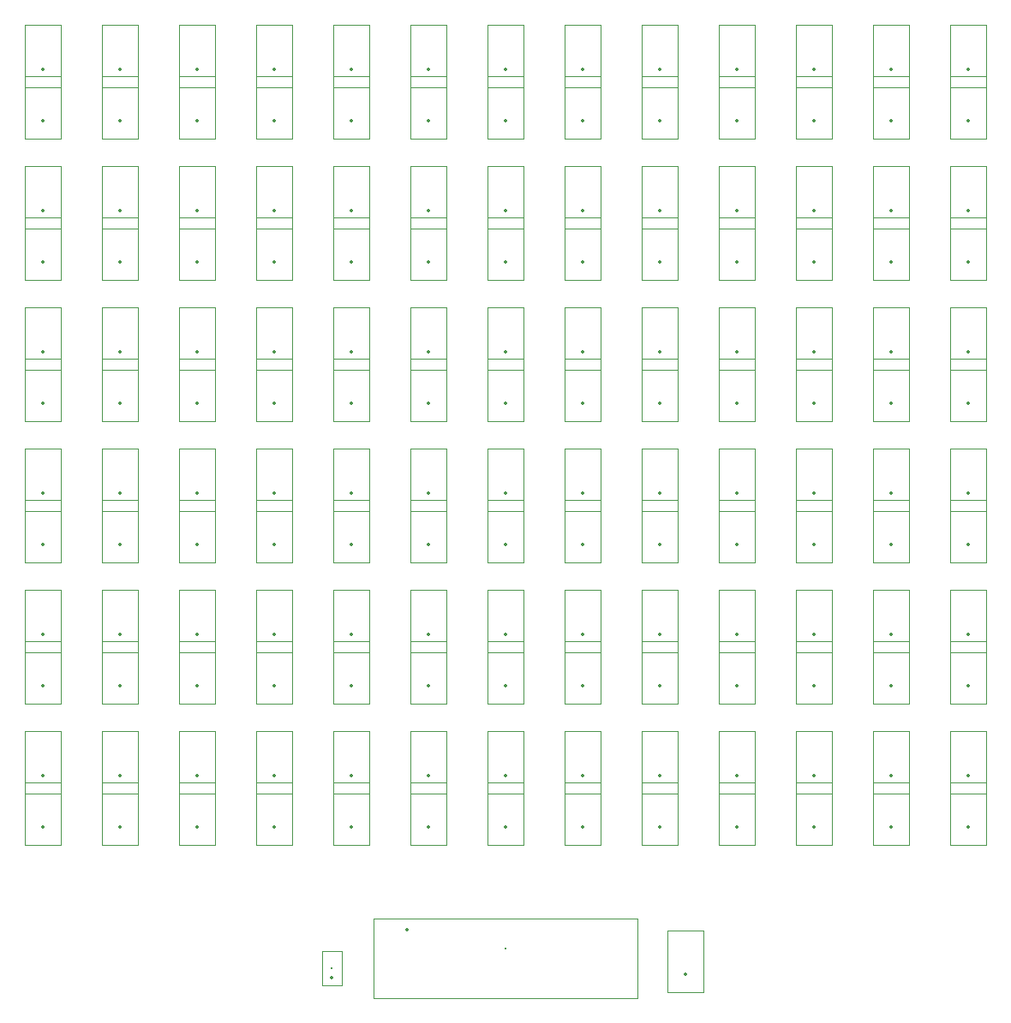
<source format=gbr>
%TF.GenerationSoftware,KiCad,Pcbnew,8.0.2-1*%
%TF.CreationDate,2024-08-03T10:32:31+02:00*%
%TF.ProjectId,dev-board,6465762d-626f-4617-9264-2e6b69636164,1.0*%
%TF.SameCoordinates,Original*%
%TF.FileFunction,Component,L1,Top*%
%TF.FilePolarity,Positive*%
%FSLAX46Y46*%
G04 Gerber Fmt 4.6, Leading zero omitted, Abs format (unit mm)*
G04 Created by KiCad (PCBNEW 8.0.2-1) date 2024-08-03 10:32:31*
%MOMM*%
%LPD*%
G01*
G04 APERTURE LIST*
%TA.AperFunction,ComponentMain*%
%ADD10C,0.300000*%
%TD*%
%TA.AperFunction,ComponentOutline,Courtyard*%
%ADD11C,0.100000*%
%TD*%
%TA.AperFunction,ComponentPin*%
%ADD12P,0.360000X4X0.000000*%
%TD*%
%TA.AperFunction,ComponentPin*%
%ADD13C,0.100000*%
%TD*%
G04 APERTURE END LIST*
D10*
%TO.C,J90*%
%TO.CFtp,PinHeader_1x02_P2.54mm_Vertical*%
%TO.CVal,Diode_header*%
%TO.CLbN,Connector_PinHeader_2.54mm*%
%TO.CMnt,TH*%
%TO.CRot,180*%
X189865000Y-94620000D03*
D11*
X191664999Y-90270001D02*
X191664999Y-96419999D01*
X188065001Y-96419999D01*
X188065001Y-90270001D01*
X191664999Y-90270001D01*
D12*
%TO.P,J90,1,Pin_1*%
X189865000Y-94620000D03*
D13*
%TO.P,J90,2,Pin_2*%
X189865000Y-92080000D03*
%TD*%
D10*
%TO.C,J69*%
%TO.CFtp,PinHeader_1x02_P2.54mm_Vertical*%
%TO.CVal,Button_header*%
%TO.CLbN,Connector_PinHeader_2.54mm*%
%TO.CMnt,TH*%
%TO.CRot,180*%
X128905000Y-85730000D03*
D11*
X130704999Y-81380001D02*
X130704999Y-87529999D01*
X127105001Y-87529999D01*
X127105001Y-81380001D01*
X130704999Y-81380001D01*
D12*
%TO.P,J69,1,Pin_1*%
X128905000Y-85730000D03*
D13*
%TO.P,J69,2,Pin_2*%
X128905000Y-83190000D03*
%TD*%
D10*
%TO.C,J97*%
%TO.CFtp,PinHeader_1x02_P2.54mm_Vertical*%
%TO.CVal,Button_header*%
%TO.CLbN,Connector_PinHeader_2.54mm*%
%TO.CMnt,TH*%
%TO.CRot,180*%
X144145000Y-99705000D03*
D11*
X145944999Y-95355001D02*
X145944999Y-101504999D01*
X142345001Y-101504999D01*
X142345001Y-95355001D01*
X145944999Y-95355001D01*
D12*
%TO.P,J97,1,Pin_1*%
X144145000Y-99705000D03*
D13*
%TO.P,J97,2,Pin_2*%
X144145000Y-97165000D03*
%TD*%
D10*
%TO.C,J28*%
%TO.CFtp,PinHeader_1x02_P2.54mm_Vertical*%
%TO.CVal,Diode_header*%
%TO.CLbN,Connector_PinHeader_2.54mm*%
%TO.CMnt,TH*%
%TO.CRot,180*%
X113665000Y-66675000D03*
D11*
X115464999Y-62325001D02*
X115464999Y-68474999D01*
X111865001Y-68474999D01*
X111865001Y-62325001D01*
X115464999Y-62325001D01*
D12*
%TO.P,J28,1,Pin_1*%
X113665000Y-66675000D03*
D13*
%TO.P,J28,2,Pin_2*%
X113665000Y-64135000D03*
%TD*%
D10*
%TO.C,J157*%
%TO.CFtp,Hirose_FH12-40S-0.5SH_1x40-1MP_P0.50mm_Horizontal*%
%TO.CVal,Conn_01x40_Female*%
%TO.CLbN,Connector_FFC-FPC*%
%TO.CMnt,SMD*%
%TO.CRot,0*%
X151765000Y-139700000D03*
D11*
X164814999Y-136700001D02*
X164814999Y-144599999D01*
X138715001Y-144599999D01*
X138715001Y-136700001D01*
X164814999Y-136700001D01*
D12*
%TO.P,J157,1,Pin_1*%
X142015000Y-137850000D03*
D13*
%TO.P,J157,2,Pin_2*%
X142515000Y-137850000D03*
%TO.P,J157,3,Pin_3*%
X143015000Y-137850000D03*
%TO.P,J157,4,Pin_4*%
X143515000Y-137850000D03*
%TO.P,J157,5,Pin_5*%
X144015000Y-137850000D03*
%TO.P,J157,6,Pin_6*%
X144515000Y-137850000D03*
%TO.P,J157,7,Pin_7*%
X145015000Y-137850000D03*
%TO.P,J157,8,Pin_8*%
X145515000Y-137850000D03*
%TO.P,J157,9,Pin_9*%
X146015000Y-137850000D03*
%TO.P,J157,10,Pin_10*%
X146515000Y-137850000D03*
%TO.P,J157,11,Pin_11*%
X147015000Y-137850000D03*
%TO.P,J157,12,Pin_12*%
X147515000Y-137850000D03*
%TO.P,J157,13,Pin_13*%
X148015000Y-137850000D03*
%TO.P,J157,14,Pin_14*%
X148515000Y-137850000D03*
%TO.P,J157,15,Pin_15*%
X149015000Y-137850000D03*
%TO.P,J157,16,Pin_16*%
X149515000Y-137850000D03*
%TO.P,J157,17,Pin_17*%
X150015000Y-137850000D03*
%TO.P,J157,18,Pin_18*%
X150515000Y-137850000D03*
%TO.P,J157,19,Pin_19*%
X151015000Y-137850000D03*
%TO.P,J157,20,Pin_20*%
X151515000Y-137850000D03*
%TO.P,J157,21,Pin_21*%
X152015000Y-137850000D03*
%TO.P,J157,22,Pin_22*%
X152515000Y-137850000D03*
%TO.P,J157,23,Pin_23*%
X153015000Y-137850000D03*
%TO.P,J157,24,Pin_24*%
X153515000Y-137850000D03*
%TO.P,J157,25,Pin_25*%
X154015000Y-137850000D03*
%TO.P,J157,26,Pin_26*%
X154515000Y-137850000D03*
%TO.P,J157,27,Pin_27*%
X155015000Y-137850000D03*
%TO.P,J157,28,Pin_28*%
X155515000Y-137850000D03*
%TO.P,J157,29,Pin_29*%
X156015000Y-137850000D03*
%TO.P,J157,30,Pin_30*%
X156515000Y-137850000D03*
%TO.P,J157,31,Pin_31*%
X157015000Y-137850000D03*
%TO.P,J157,32,Pin_32*%
X157515000Y-137850000D03*
%TO.P,J157,33,Pin_33*%
X158015000Y-137850000D03*
%TO.P,J157,34,Pin_34*%
X158515000Y-137850000D03*
%TO.P,J157,35,Pin_35*%
X159015000Y-137850000D03*
%TO.P,J157,36,Pin_36*%
X159515000Y-137850000D03*
%TO.P,J157,37,Pin_37*%
X160015000Y-137850000D03*
%TO.P,J157,38,Pin_38*%
X160515000Y-137850000D03*
%TO.P,J157,39,Pin_39*%
X161015000Y-137850000D03*
%TO.P,J157,40,Pin_40*%
X161515000Y-137850000D03*
%TO.P,J157,MP*%
X163415000Y-141100000D03*
X140115000Y-141100000D03*
%TD*%
D10*
%TO.C,J63*%
%TO.CFtp,PinHeader_1x02_P2.54mm_Vertical*%
%TO.CVal,Diode_header*%
%TO.CLbN,Connector_PinHeader_2.54mm*%
%TO.CMnt,TH*%
%TO.CRot,180*%
X182245000Y-80650000D03*
D11*
X184044999Y-76300001D02*
X184044999Y-82449999D01*
X180445001Y-82449999D01*
X180445001Y-76300001D01*
X184044999Y-76300001D01*
D12*
%TO.P,J63,1,Pin_1*%
X182245000Y-80650000D03*
D13*
%TO.P,J63,2,Pin_2*%
X182245000Y-78110000D03*
%TD*%
D10*
%TO.C,J81*%
%TO.CFtp,PinHeader_1x02_P2.54mm_Vertical*%
%TO.CVal,Diode_header*%
%TO.CLbN,Connector_PinHeader_2.54mm*%
%TO.CMnt,TH*%
%TO.CRot,180*%
X121285000Y-94625000D03*
D11*
X123084999Y-90275001D02*
X123084999Y-96424999D01*
X119485001Y-96424999D01*
X119485001Y-90275001D01*
X123084999Y-90275001D01*
D12*
%TO.P,J81,1,Pin_1*%
X121285000Y-94625000D03*
D13*
%TO.P,J81,2,Pin_2*%
X121285000Y-92085000D03*
%TD*%
D10*
%TO.C,J49*%
%TO.CFtp,PinHeader_1x02_P2.54mm_Vertical*%
%TO.CVal,Button_header*%
%TO.CLbN,Connector_PinHeader_2.54mm*%
%TO.CMnt,TH*%
%TO.CRot,180*%
X174625000Y-71760000D03*
D11*
X176424999Y-67410001D02*
X176424999Y-73559999D01*
X172825001Y-73559999D01*
X172825001Y-67410001D01*
X176424999Y-67410001D01*
D12*
%TO.P,J49,1,Pin_1*%
X174625000Y-71760000D03*
D13*
%TO.P,J49,2,Pin_2*%
X174625000Y-69220000D03*
%TD*%
D10*
%TO.C,J22*%
%TO.CFtp,PinHeader_1x02_P2.54mm_Vertical*%
%TO.CVal,Button_header*%
%TO.CLbN,Connector_PinHeader_2.54mm*%
%TO.CMnt,TH*%
%TO.CRot,180*%
X167005000Y-57785000D03*
D11*
X168804999Y-53435001D02*
X168804999Y-59584999D01*
X165205001Y-59584999D01*
X165205001Y-53435001D01*
X168804999Y-53435001D01*
D12*
%TO.P,J22,1,Pin_1*%
X167005000Y-57785000D03*
D13*
%TO.P,J22,2,Pin_2*%
X167005000Y-55245000D03*
%TD*%
D10*
%TO.C,J118*%
%TO.CFtp,PinHeader_1x02_P2.54mm_Vertical*%
%TO.CVal,Button_header*%
%TO.CLbN,Connector_PinHeader_2.54mm*%
%TO.CMnt,TH*%
%TO.CRot,180*%
X106045000Y-113665000D03*
D11*
X107844999Y-109315001D02*
X107844999Y-115464999D01*
X104245001Y-115464999D01*
X104245001Y-109315001D01*
X107844999Y-109315001D01*
D12*
%TO.P,J118,1,Pin_1*%
X106045000Y-113665000D03*
D13*
%TO.P,J118,2,Pin_2*%
X106045000Y-111125000D03*
%TD*%
D10*
%TO.C,J143*%
%TO.CFtp,PinHeader_1x02_P2.54mm_Vertical*%
%TO.CVal,Diode_header*%
%TO.CLbN,Connector_PinHeader_2.54mm*%
%TO.CMnt,TH*%
%TO.CRot,180*%
X189865000Y-122560000D03*
D11*
X191664999Y-118210001D02*
X191664999Y-124359999D01*
X188065001Y-124359999D01*
X188065001Y-118210001D01*
X191664999Y-118210001D01*
D12*
%TO.P,J143,1,Pin_1*%
X189865000Y-122560000D03*
D13*
%TO.P,J143,2,Pin_2*%
X189865000Y-120020000D03*
%TD*%
D10*
%TO.C,J116*%
%TO.CFtp,PinHeader_1x02_P2.54mm_Vertical*%
%TO.CVal,Diode_header*%
%TO.CLbN,Connector_PinHeader_2.54mm*%
%TO.CMnt,TH*%
%TO.CRot,180*%
X189865000Y-108595000D03*
D11*
X191664999Y-104245001D02*
X191664999Y-110394999D01*
X188065001Y-110394999D01*
X188065001Y-104245001D01*
X191664999Y-104245001D01*
D12*
%TO.P,J116,1,Pin_1*%
X189865000Y-108595000D03*
D13*
%TO.P,J116,2,Pin_2*%
X189865000Y-106055000D03*
%TD*%
D10*
%TO.C,J37*%
%TO.CFtp,PinHeader_1x02_P2.54mm_Vertical*%
%TO.CVal,Diode_header*%
%TO.CLbN,Connector_PinHeader_2.54mm*%
%TO.CMnt,TH*%
%TO.CRot,180*%
X182245000Y-66680000D03*
D11*
X184044999Y-62330001D02*
X184044999Y-68479999D01*
X180445001Y-68479999D01*
X180445001Y-62330001D01*
X184044999Y-62330001D01*
D12*
%TO.P,J37,1,Pin_1*%
X182245000Y-66680000D03*
D13*
%TO.P,J37,2,Pin_2*%
X182245000Y-64140000D03*
%TD*%
D10*
%TO.C,J122*%
%TO.CFtp,PinHeader_1x02_P2.54mm_Vertical*%
%TO.CVal,Button_header*%
%TO.CLbN,Connector_PinHeader_2.54mm*%
%TO.CMnt,TH*%
%TO.CRot,180*%
X136525000Y-113675000D03*
D11*
X138324999Y-109325001D02*
X138324999Y-115474999D01*
X134725001Y-115474999D01*
X134725001Y-109325001D01*
X138324999Y-109325001D01*
D12*
%TO.P,J122,1,Pin_1*%
X136525000Y-113675000D03*
D13*
%TO.P,J122,2,Pin_2*%
X136525000Y-111135000D03*
%TD*%
D10*
%TO.C,J68*%
%TO.CFtp,PinHeader_1x02_P2.54mm_Vertical*%
%TO.CVal,Button_header*%
%TO.CLbN,Connector_PinHeader_2.54mm*%
%TO.CMnt,TH*%
%TO.CRot,180*%
X121285000Y-85730000D03*
D11*
X123084999Y-81380001D02*
X123084999Y-87529999D01*
X119485001Y-87529999D01*
X119485001Y-81380001D01*
X123084999Y-81380001D01*
D12*
%TO.P,J68,1,Pin_1*%
X121285000Y-85730000D03*
D13*
%TO.P,J68,2,Pin_2*%
X121285000Y-83190000D03*
%TD*%
D10*
%TO.C,J65*%
%TO.CFtp,PinHeader_1x02_P2.54mm_Vertical*%
%TO.CVal,Diode_header*%
%TO.CLbN,Connector_PinHeader_2.54mm*%
%TO.CMnt,TH*%
%TO.CRot,180*%
X197485000Y-80650000D03*
D11*
X199284999Y-76300001D02*
X199284999Y-82449999D01*
X195685001Y-82449999D01*
X195685001Y-76300001D01*
X199284999Y-76300001D01*
D12*
%TO.P,J65,1,Pin_1*%
X197485000Y-80650000D03*
D13*
%TO.P,J65,2,Pin_2*%
X197485000Y-78110000D03*
%TD*%
D10*
%TO.C,J27*%
%TO.CFtp,PinHeader_1x02_P2.54mm_Vertical*%
%TO.CVal,Diode_header*%
%TO.CLbN,Connector_PinHeader_2.54mm*%
%TO.CMnt,TH*%
%TO.CRot,180*%
X106045000Y-66675000D03*
D11*
X107844999Y-62325001D02*
X107844999Y-68474999D01*
X104245001Y-68474999D01*
X104245001Y-62325001D01*
X107844999Y-62325001D01*
D12*
%TO.P,J27,1,Pin_1*%
X106045000Y-66675000D03*
D13*
%TO.P,J27,2,Pin_2*%
X106045000Y-64135000D03*
%TD*%
D10*
%TO.C,J102*%
%TO.CFtp,PinHeader_1x02_P2.54mm_Vertical*%
%TO.CVal,Button_header*%
%TO.CLbN,Connector_PinHeader_2.54mm*%
%TO.CMnt,TH*%
%TO.CRot,180*%
X182245000Y-99705000D03*
D11*
X184044999Y-95355001D02*
X184044999Y-101504999D01*
X180445001Y-101504999D01*
X180445001Y-95355001D01*
X184044999Y-95355001D01*
D12*
%TO.P,J102,1,Pin_1*%
X182245000Y-99705000D03*
D13*
%TO.P,J102,2,Pin_2*%
X182245000Y-97165000D03*
%TD*%
D10*
%TO.C,J14*%
%TO.CFtp,PinHeader_1x02_P2.54mm_Vertical*%
%TO.CVal,Button_header*%
%TO.CLbN,Connector_PinHeader_2.54mm*%
%TO.CMnt,TH*%
%TO.CRot,180*%
X106045000Y-57785000D03*
D11*
X107844999Y-53435001D02*
X107844999Y-59584999D01*
X104245001Y-59584999D01*
X104245001Y-53435001D01*
X107844999Y-53435001D01*
D12*
%TO.P,J14,1,Pin_1*%
X106045000Y-57785000D03*
D13*
%TO.P,J14,2,Pin_2*%
X106045000Y-55245000D03*
%TD*%
D10*
%TO.C,J151*%
%TO.CFtp,PinHeader_1x02_P2.54mm_Vertical*%
%TO.CVal,Button_header*%
%TO.CLbN,Connector_PinHeader_2.54mm*%
%TO.CMnt,TH*%
%TO.CRot,180*%
X151765000Y-127640000D03*
D11*
X153564999Y-123290001D02*
X153564999Y-129439999D01*
X149965001Y-129439999D01*
X149965001Y-123290001D01*
X153564999Y-123290001D01*
D12*
%TO.P,J151,1,Pin_1*%
X151765000Y-127640000D03*
D13*
%TO.P,J151,2,Pin_2*%
X151765000Y-125100000D03*
%TD*%
D10*
%TO.C,J115*%
%TO.CFtp,PinHeader_1x02_P2.54mm_Vertical*%
%TO.CVal,Diode_header*%
%TO.CLbN,Connector_PinHeader_2.54mm*%
%TO.CMnt,TH*%
%TO.CRot,180*%
X182245000Y-108595000D03*
D11*
X184044999Y-104245001D02*
X184044999Y-110394999D01*
X180445001Y-110394999D01*
X180445001Y-104245001D01*
X184044999Y-104245001D01*
D12*
%TO.P,J115,1,Pin_1*%
X182245000Y-108595000D03*
D13*
%TO.P,J115,2,Pin_2*%
X182245000Y-106055000D03*
%TD*%
D10*
%TO.C,J107*%
%TO.CFtp,PinHeader_1x02_P2.54mm_Vertical*%
%TO.CVal,Diode_header*%
%TO.CLbN,Connector_PinHeader_2.54mm*%
%TO.CMnt,TH*%
%TO.CRot,180*%
X121285000Y-108595000D03*
D11*
X123084999Y-104245001D02*
X123084999Y-110394999D01*
X119485001Y-110394999D01*
X119485001Y-104245001D01*
X123084999Y-104245001D01*
D12*
%TO.P,J107,1,Pin_1*%
X121285000Y-108595000D03*
D13*
%TO.P,J107,2,Pin_2*%
X121285000Y-106055000D03*
%TD*%
D10*
%TO.C,J50*%
%TO.CFtp,PinHeader_1x02_P2.54mm_Vertical*%
%TO.CVal,Button_header*%
%TO.CLbN,Connector_PinHeader_2.54mm*%
%TO.CMnt,TH*%
%TO.CRot,180*%
X182245000Y-71760000D03*
D11*
X184044999Y-67410001D02*
X184044999Y-73559999D01*
X180445001Y-73559999D01*
X180445001Y-67410001D01*
X184044999Y-67410001D01*
D12*
%TO.P,J50,1,Pin_1*%
X182245000Y-71760000D03*
D13*
%TO.P,J50,2,Pin_2*%
X182245000Y-69220000D03*
%TD*%
D10*
%TO.C,J29*%
%TO.CFtp,PinHeader_1x02_P2.54mm_Vertical*%
%TO.CVal,Diode_header*%
%TO.CLbN,Connector_PinHeader_2.54mm*%
%TO.CMnt,TH*%
%TO.CRot,180*%
X121285000Y-66680000D03*
D11*
X123084999Y-62330001D02*
X123084999Y-68479999D01*
X119485001Y-68479999D01*
X119485001Y-62330001D01*
X123084999Y-62330001D01*
D12*
%TO.P,J29,1,Pin_1*%
X121285000Y-66680000D03*
D13*
%TO.P,J29,2,Pin_2*%
X121285000Y-64140000D03*
%TD*%
D10*
%TO.C,J41*%
%TO.CFtp,PinHeader_1x02_P2.54mm_Vertical*%
%TO.CVal,Button_header*%
%TO.CLbN,Connector_PinHeader_2.54mm*%
%TO.CMnt,TH*%
%TO.CRot,180*%
X113665000Y-71755000D03*
D11*
X115464999Y-67405001D02*
X115464999Y-73554999D01*
X111865001Y-73554999D01*
X111865001Y-67405001D01*
X115464999Y-67405001D01*
D12*
%TO.P,J41,1,Pin_1*%
X113665000Y-71755000D03*
D13*
%TO.P,J41,2,Pin_2*%
X113665000Y-69215000D03*
%TD*%
D10*
%TO.C,J156*%
%TO.CFtp,PinHeader_1x02_P2.54mm_Vertical*%
%TO.CVal,Button_header*%
%TO.CLbN,Connector_PinHeader_2.54mm*%
%TO.CMnt,TH*%
%TO.CRot,180*%
X189865000Y-127645000D03*
D11*
X191664999Y-123295001D02*
X191664999Y-129444999D01*
X188065001Y-129444999D01*
X188065001Y-123295001D01*
X191664999Y-123295001D01*
D12*
%TO.P,J156,1,Pin_1*%
X189865000Y-127645000D03*
D13*
%TO.P,J156,2,Pin_2*%
X189865000Y-125105000D03*
%TD*%
D10*
%TO.C,J139*%
%TO.CFtp,PinHeader_1x02_P2.54mm_Vertical*%
%TO.CVal,Diode_header*%
%TO.CLbN,Connector_PinHeader_2.54mm*%
%TO.CMnt,TH*%
%TO.CRot,180*%
X159385000Y-122560000D03*
D11*
X161184999Y-118210001D02*
X161184999Y-124359999D01*
X157585001Y-124359999D01*
X157585001Y-118210001D01*
X161184999Y-118210001D01*
D12*
%TO.P,J139,1,Pin_1*%
X159385000Y-122560000D03*
D13*
%TO.P,J139,2,Pin_2*%
X159385000Y-120020000D03*
%TD*%
D10*
%TO.C,J155*%
%TO.CFtp,PinHeader_1x02_P2.54mm_Vertical*%
%TO.CVal,Button_header*%
%TO.CLbN,Connector_PinHeader_2.54mm*%
%TO.CMnt,TH*%
%TO.CRot,180*%
X182245000Y-127645000D03*
D11*
X184044999Y-123295001D02*
X184044999Y-129444999D01*
X180445001Y-129444999D01*
X180445001Y-123295001D01*
X184044999Y-123295001D01*
D12*
%TO.P,J155,1,Pin_1*%
X182245000Y-127645000D03*
D13*
%TO.P,J155,2,Pin_2*%
X182245000Y-125105000D03*
%TD*%
D10*
%TO.C,J8*%
%TO.CFtp,PinHeader_1x02_P2.54mm_Vertical*%
%TO.CVal,Diode_header*%
%TO.CLbN,Connector_PinHeader_2.54mm*%
%TO.CMnt,TH*%
%TO.CRot,180*%
X159385000Y-52705000D03*
D11*
X161184999Y-48355001D02*
X161184999Y-54504999D01*
X157585001Y-54504999D01*
X157585001Y-48355001D01*
X161184999Y-48355001D01*
D12*
%TO.P,J8,1,Pin_1*%
X159385000Y-52705000D03*
D13*
%TO.P,J8,2,Pin_2*%
X159385000Y-50165000D03*
%TD*%
D10*
%TO.C,J55*%
%TO.CFtp,PinHeader_1x02_P2.54mm_Vertical*%
%TO.CVal,Diode_header*%
%TO.CLbN,Connector_PinHeader_2.54mm*%
%TO.CMnt,TH*%
%TO.CRot,180*%
X121285000Y-80655000D03*
D11*
X123084999Y-76305001D02*
X123084999Y-82454999D01*
X119485001Y-82454999D01*
X119485001Y-76305001D01*
X123084999Y-76305001D01*
D12*
%TO.P,J55,1,Pin_1*%
X121285000Y-80655000D03*
D13*
%TO.P,J55,2,Pin_2*%
X121285000Y-78115000D03*
%TD*%
D10*
%TO.C,J36*%
%TO.CFtp,PinHeader_1x02_P2.54mm_Vertical*%
%TO.CVal,Diode_header*%
%TO.CLbN,Connector_PinHeader_2.54mm*%
%TO.CMnt,TH*%
%TO.CRot,180*%
X174625000Y-66680000D03*
D11*
X176424999Y-62330001D02*
X176424999Y-68479999D01*
X172825001Y-68479999D01*
X172825001Y-62330001D01*
X176424999Y-62330001D01*
D12*
%TO.P,J36,1,Pin_1*%
X174625000Y-66680000D03*
D13*
%TO.P,J36,2,Pin_2*%
X174625000Y-64140000D03*
%TD*%
D10*
%TO.C,J76*%
%TO.CFtp,PinHeader_1x02_P2.54mm_Vertical*%
%TO.CVal,Button_header*%
%TO.CLbN,Connector_PinHeader_2.54mm*%
%TO.CMnt,TH*%
%TO.CRot,180*%
X182245000Y-85730000D03*
D11*
X184044999Y-81380001D02*
X184044999Y-87529999D01*
X180445001Y-87529999D01*
X180445001Y-81380001D01*
X184044999Y-81380001D01*
D12*
%TO.P,J76,1,Pin_1*%
X182245000Y-85730000D03*
D13*
%TO.P,J76,2,Pin_2*%
X182245000Y-83190000D03*
%TD*%
D10*
%TO.C,J134*%
%TO.CFtp,PinHeader_1x02_P2.54mm_Vertical*%
%TO.CVal,Diode_header*%
%TO.CLbN,Connector_PinHeader_2.54mm*%
%TO.CMnt,TH*%
%TO.CRot,180*%
X121285000Y-122560000D03*
D11*
X123084999Y-118210001D02*
X123084999Y-124359999D01*
X119485001Y-124359999D01*
X119485001Y-118210001D01*
X123084999Y-118210001D01*
D12*
%TO.P,J134,1,Pin_1*%
X121285000Y-122560000D03*
D13*
%TO.P,J134,2,Pin_2*%
X121285000Y-120020000D03*
%TD*%
D10*
%TO.C,J152*%
%TO.CFtp,PinHeader_1x02_P2.54mm_Vertical*%
%TO.CVal,Button_header*%
%TO.CLbN,Connector_PinHeader_2.54mm*%
%TO.CMnt,TH*%
%TO.CRot,180*%
X159385000Y-127640000D03*
D11*
X161184999Y-123290001D02*
X161184999Y-129439999D01*
X157585001Y-129439999D01*
X157585001Y-123290001D01*
X161184999Y-123290001D01*
D12*
%TO.P,J152,1,Pin_1*%
X159385000Y-127640000D03*
D13*
%TO.P,J152,2,Pin_2*%
X159385000Y-125100000D03*
%TD*%
D10*
%TO.C,J25*%
%TO.CFtp,PinHeader_1x02_P2.54mm_Vertical*%
%TO.CVal,Button_header*%
%TO.CLbN,Connector_PinHeader_2.54mm*%
%TO.CMnt,TH*%
%TO.CRot,180*%
X189865000Y-57785000D03*
D11*
X191664999Y-53435001D02*
X191664999Y-59584999D01*
X188065001Y-59584999D01*
X188065001Y-53435001D01*
X191664999Y-53435001D01*
D12*
%TO.P,J25,1,Pin_1*%
X189865000Y-57785000D03*
D13*
%TO.P,J25,2,Pin_2*%
X189865000Y-55245000D03*
%TD*%
D10*
%TO.C,J21*%
%TO.CFtp,PinHeader_1x02_P2.54mm_Vertical*%
%TO.CVal,Button_header*%
%TO.CLbN,Connector_PinHeader_2.54mm*%
%TO.CMnt,TH*%
%TO.CRot,180*%
X159385000Y-57785000D03*
D11*
X161184999Y-53435001D02*
X161184999Y-59584999D01*
X157585001Y-59584999D01*
X157585001Y-53435001D01*
X161184999Y-53435001D01*
D12*
%TO.P,J21,1,Pin_1*%
X159385000Y-57785000D03*
D13*
%TO.P,J21,2,Pin_2*%
X159385000Y-55245000D03*
%TD*%
D10*
%TO.C,J136*%
%TO.CFtp,PinHeader_1x02_P2.54mm_Vertical*%
%TO.CVal,Diode_header*%
%TO.CLbN,Connector_PinHeader_2.54mm*%
%TO.CMnt,TH*%
%TO.CRot,180*%
X136525000Y-122560000D03*
D11*
X138324999Y-118210001D02*
X138324999Y-124359999D01*
X134725001Y-124359999D01*
X134725001Y-118210001D01*
X138324999Y-118210001D01*
D12*
%TO.P,J136,1,Pin_1*%
X136525000Y-122560000D03*
D13*
%TO.P,J136,2,Pin_2*%
X136525000Y-120020000D03*
%TD*%
D10*
%TO.C,J101*%
%TO.CFtp,PinHeader_1x02_P2.54mm_Vertical*%
%TO.CVal,Button_header*%
%TO.CLbN,Connector_PinHeader_2.54mm*%
%TO.CMnt,TH*%
%TO.CRot,180*%
X174625000Y-99705000D03*
D11*
X176424999Y-95355001D02*
X176424999Y-101504999D01*
X172825001Y-101504999D01*
X172825001Y-95355001D01*
X176424999Y-95355001D01*
D12*
%TO.P,J101,1,Pin_1*%
X174625000Y-99705000D03*
D13*
%TO.P,J101,2,Pin_2*%
X174625000Y-97165000D03*
%TD*%
D10*
%TO.C,J58*%
%TO.CFtp,PinHeader_1x02_P2.54mm_Vertical*%
%TO.CVal,Diode_header*%
%TO.CLbN,Connector_PinHeader_2.54mm*%
%TO.CMnt,TH*%
%TO.CRot,180*%
X144145000Y-80650000D03*
D11*
X145944999Y-76300001D02*
X145944999Y-82449999D01*
X142345001Y-82449999D01*
X142345001Y-76300001D01*
X145944999Y-76300001D01*
D12*
%TO.P,J58,1,Pin_1*%
X144145000Y-80650000D03*
D13*
%TO.P,J58,2,Pin_2*%
X144145000Y-78110000D03*
%TD*%
D10*
%TO.C,J38*%
%TO.CFtp,PinHeader_1x02_P2.54mm_Vertical*%
%TO.CVal,Diode_header*%
%TO.CLbN,Connector_PinHeader_2.54mm*%
%TO.CMnt,TH*%
%TO.CRot,180*%
X189865000Y-66685000D03*
D11*
X191664999Y-62335001D02*
X191664999Y-68484999D01*
X188065001Y-68484999D01*
X188065001Y-62335001D01*
X191664999Y-62335001D01*
D12*
%TO.P,J38,1,Pin_1*%
X189865000Y-66685000D03*
D13*
%TO.P,J38,2,Pin_2*%
X189865000Y-64145000D03*
%TD*%
D10*
%TO.C,J149*%
%TO.CFtp,PinHeader_1x02_P2.54mm_Vertical*%
%TO.CVal,Button_header*%
%TO.CLbN,Connector_PinHeader_2.54mm*%
%TO.CMnt,TH*%
%TO.CRot,180*%
X136525000Y-127645000D03*
D11*
X138324999Y-123295001D02*
X138324999Y-129444999D01*
X134725001Y-129444999D01*
X134725001Y-123295001D01*
X138324999Y-123295001D01*
D12*
%TO.P,J149,1,Pin_1*%
X136525000Y-127645000D03*
D13*
%TO.P,J149,2,Pin_2*%
X136525000Y-125105000D03*
%TD*%
D10*
%TO.C,J89*%
%TO.CFtp,PinHeader_1x02_P2.54mm_Vertical*%
%TO.CVal,Diode_header*%
%TO.CLbN,Connector_PinHeader_2.54mm*%
%TO.CMnt,TH*%
%TO.CRot,180*%
X182245000Y-94620000D03*
D11*
X184044999Y-90270001D02*
X184044999Y-96419999D01*
X180445001Y-96419999D01*
X180445001Y-90270001D01*
X184044999Y-90270001D01*
D12*
%TO.P,J89,1,Pin_1*%
X182245000Y-94620000D03*
D13*
%TO.P,J89,2,Pin_2*%
X182245000Y-92080000D03*
%TD*%
D10*
%TO.C,J13*%
%TO.CFtp,PinHeader_1x02_P2.54mm_Vertical*%
%TO.CVal,Diode_header*%
%TO.CLbN,Connector_PinHeader_2.54mm*%
%TO.CMnt,TH*%
%TO.CRot,180*%
X197485000Y-52705000D03*
D11*
X199284999Y-48355001D02*
X199284999Y-54504999D01*
X195685001Y-54504999D01*
X195685001Y-48355001D01*
X199284999Y-48355001D01*
D12*
%TO.P,J13,1,Pin_1*%
X197485000Y-52705000D03*
D13*
%TO.P,J13,2,Pin_2*%
X197485000Y-50165000D03*
%TD*%
D10*
%TO.C,J96*%
%TO.CFtp,PinHeader_1x02_P2.54mm_Vertical*%
%TO.CVal,Button_header*%
%TO.CLbN,Connector_PinHeader_2.54mm*%
%TO.CMnt,TH*%
%TO.CRot,180*%
X136525000Y-99705000D03*
D11*
X138324999Y-95355001D02*
X138324999Y-101504999D01*
X134725001Y-101504999D01*
X134725001Y-95355001D01*
X138324999Y-95355001D01*
D12*
%TO.P,J96,1,Pin_1*%
X136525000Y-99705000D03*
D13*
%TO.P,J96,2,Pin_2*%
X136525000Y-97165000D03*
%TD*%
D10*
%TO.C,J18*%
%TO.CFtp,PinHeader_1x02_P2.54mm_Vertical*%
%TO.CVal,Button_header*%
%TO.CLbN,Connector_PinHeader_2.54mm*%
%TO.CMnt,TH*%
%TO.CRot,180*%
X136525000Y-57785000D03*
D11*
X138324999Y-53435001D02*
X138324999Y-59584999D01*
X134725001Y-59584999D01*
X134725001Y-53435001D01*
X138324999Y-53435001D01*
D12*
%TO.P,J18,1,Pin_1*%
X136525000Y-57785000D03*
D13*
%TO.P,J18,2,Pin_2*%
X136525000Y-55245000D03*
%TD*%
D10*
%TO.C,J19*%
%TO.CFtp,PinHeader_1x02_P2.54mm_Vertical*%
%TO.CVal,Button_header*%
%TO.CLbN,Connector_PinHeader_2.54mm*%
%TO.CMnt,TH*%
%TO.CRot,180*%
X144145000Y-57785000D03*
D11*
X145944999Y-53435001D02*
X145944999Y-59584999D01*
X142345001Y-59584999D01*
X142345001Y-53435001D01*
X145944999Y-53435001D01*
D12*
%TO.P,J19,1,Pin_1*%
X144145000Y-57785000D03*
D13*
%TO.P,J19,2,Pin_2*%
X144145000Y-55245000D03*
%TD*%
D10*
%TO.C,J57*%
%TO.CFtp,PinHeader_1x02_P2.54mm_Vertical*%
%TO.CVal,Diode_header*%
%TO.CLbN,Connector_PinHeader_2.54mm*%
%TO.CMnt,TH*%
%TO.CRot,180*%
X136525000Y-80655000D03*
D11*
X138324999Y-76305001D02*
X138324999Y-82454999D01*
X134725001Y-82454999D01*
X134725001Y-76305001D01*
X138324999Y-76305001D01*
D12*
%TO.P,J57,1,Pin_1*%
X136525000Y-80655000D03*
D13*
%TO.P,J57,2,Pin_2*%
X136525000Y-78115000D03*
%TD*%
D10*
%TO.C,J79*%
%TO.CFtp,PinHeader_1x02_P2.54mm_Vertical*%
%TO.CVal,Diode_header*%
%TO.CLbN,Connector_PinHeader_2.54mm*%
%TO.CMnt,TH*%
%TO.CRot,180*%
X106045000Y-94615000D03*
D11*
X107844999Y-90265001D02*
X107844999Y-96414999D01*
X104245001Y-96414999D01*
X104245001Y-90265001D01*
X107844999Y-90265001D01*
D12*
%TO.P,J79,1,Pin_1*%
X106045000Y-94615000D03*
D13*
%TO.P,J79,2,Pin_2*%
X106045000Y-92075000D03*
%TD*%
D10*
%TO.C,J44*%
%TO.CFtp,PinHeader_1x02_P2.54mm_Vertical*%
%TO.CVal,Button_header*%
%TO.CLbN,Connector_PinHeader_2.54mm*%
%TO.CMnt,TH*%
%TO.CRot,180*%
X136525000Y-71760000D03*
D11*
X138324999Y-67410001D02*
X138324999Y-73559999D01*
X134725001Y-73559999D01*
X134725001Y-67410001D01*
X138324999Y-67410001D01*
D12*
%TO.P,J44,1,Pin_1*%
X136525000Y-71760000D03*
D13*
%TO.P,J44,2,Pin_2*%
X136525000Y-69220000D03*
%TD*%
D10*
%TO.C,J35*%
%TO.CFtp,PinHeader_1x02_P2.54mm_Vertical*%
%TO.CVal,Diode_header*%
%TO.CLbN,Connector_PinHeader_2.54mm*%
%TO.CMnt,TH*%
%TO.CRot,180*%
X167005000Y-66680000D03*
D11*
X168804999Y-62330001D02*
X168804999Y-68479999D01*
X165205001Y-68479999D01*
X165205001Y-62330001D01*
X168804999Y-62330001D01*
D12*
%TO.P,J35,1,Pin_1*%
X167005000Y-66680000D03*
D13*
%TO.P,J35,2,Pin_2*%
X167005000Y-64140000D03*
%TD*%
D10*
%TO.C,J45*%
%TO.CFtp,PinHeader_1x02_P2.54mm_Vertical*%
%TO.CVal,Button_header*%
%TO.CLbN,Connector_PinHeader_2.54mm*%
%TO.CMnt,TH*%
%TO.CRot,180*%
X144145000Y-71760000D03*
D11*
X145944999Y-67410001D02*
X145944999Y-73559999D01*
X142345001Y-73559999D01*
X142345001Y-67410001D01*
X145944999Y-67410001D01*
D12*
%TO.P,J45,1,Pin_1*%
X144145000Y-71760000D03*
D13*
%TO.P,J45,2,Pin_2*%
X144145000Y-69220000D03*
%TD*%
D10*
%TO.C,J70*%
%TO.CFtp,PinHeader_1x02_P2.54mm_Vertical*%
%TO.CVal,Button_header*%
%TO.CLbN,Connector_PinHeader_2.54mm*%
%TO.CMnt,TH*%
%TO.CRot,180*%
X136525000Y-85735000D03*
D11*
X138324999Y-81385001D02*
X138324999Y-87534999D01*
X134725001Y-87534999D01*
X134725001Y-81385001D01*
X138324999Y-81385001D01*
D12*
%TO.P,J70,1,Pin_1*%
X136525000Y-85735000D03*
D13*
%TO.P,J70,2,Pin_2*%
X136525000Y-83195000D03*
%TD*%
D10*
%TO.C,J67*%
%TO.CFtp,PinHeader_1x02_P2.54mm_Vertical*%
%TO.CVal,Button_header*%
%TO.CLbN,Connector_PinHeader_2.54mm*%
%TO.CMnt,TH*%
%TO.CRot,180*%
X113665000Y-85730000D03*
D11*
X115464999Y-81380001D02*
X115464999Y-87529999D01*
X111865001Y-87529999D01*
X111865001Y-81380001D01*
X115464999Y-81380001D01*
D12*
%TO.P,J67,1,Pin_1*%
X113665000Y-85730000D03*
D13*
%TO.P,J67,2,Pin_2*%
X113665000Y-83190000D03*
%TD*%
D10*
%TO.C,J105*%
%TO.CFtp,PinHeader_1x02_P2.54mm_Vertical*%
%TO.CVal,Diode_header*%
%TO.CLbN,Connector_PinHeader_2.54mm*%
%TO.CMnt,TH*%
%TO.CRot,180*%
X106045000Y-108585000D03*
D11*
X107844999Y-104235001D02*
X107844999Y-110384999D01*
X104245001Y-110384999D01*
X104245001Y-104235001D01*
X107844999Y-104235001D01*
D12*
%TO.P,J105,1,Pin_1*%
X106045000Y-108585000D03*
D13*
%TO.P,J105,2,Pin_2*%
X106045000Y-106045000D03*
%TD*%
D10*
%TO.C,J47*%
%TO.CFtp,PinHeader_1x02_P2.54mm_Vertical*%
%TO.CVal,Button_header*%
%TO.CLbN,Connector_PinHeader_2.54mm*%
%TO.CMnt,TH*%
%TO.CRot,180*%
X159385000Y-71760000D03*
D11*
X161184999Y-67410001D02*
X161184999Y-73559999D01*
X157585001Y-73559999D01*
X157585001Y-67410001D01*
X161184999Y-67410001D01*
D12*
%TO.P,J47,1,Pin_1*%
X159385000Y-71760000D03*
D13*
%TO.P,J47,2,Pin_2*%
X159385000Y-69220000D03*
%TD*%
D10*
%TO.C,J144*%
%TO.CFtp,PinHeader_1x02_P2.54mm_Vertical*%
%TO.CVal,Button_header*%
%TO.CLbN,Connector_PinHeader_2.54mm*%
%TO.CMnt,TH*%
%TO.CRot,180*%
X197485000Y-127645000D03*
D11*
X199284999Y-123295001D02*
X199284999Y-129444999D01*
X195685001Y-129444999D01*
X195685001Y-123295001D01*
X199284999Y-123295001D01*
D12*
%TO.P,J144,1,Pin_1*%
X197485000Y-127645000D03*
D13*
%TO.P,J144,2,Pin_2*%
X197485000Y-125105000D03*
%TD*%
D10*
%TO.C,J84*%
%TO.CFtp,PinHeader_1x02_P2.54mm_Vertical*%
%TO.CVal,Diode_header*%
%TO.CLbN,Connector_PinHeader_2.54mm*%
%TO.CMnt,TH*%
%TO.CRot,180*%
X144145000Y-94620000D03*
D11*
X145944999Y-90270001D02*
X145944999Y-96419999D01*
X142345001Y-96419999D01*
X142345001Y-90270001D01*
X145944999Y-90270001D01*
D12*
%TO.P,J84,1,Pin_1*%
X144145000Y-94620000D03*
D13*
%TO.P,J84,2,Pin_2*%
X144145000Y-92080000D03*
%TD*%
D10*
%TO.C,J12*%
%TO.CFtp,PinHeader_1x02_P2.54mm_Vertical*%
%TO.CVal,Diode_header*%
%TO.CLbN,Connector_PinHeader_2.54mm*%
%TO.CMnt,TH*%
%TO.CRot,180*%
X189865000Y-52705000D03*
D11*
X191664999Y-48355001D02*
X191664999Y-54504999D01*
X188065001Y-54504999D01*
X188065001Y-48355001D01*
X191664999Y-48355001D01*
D12*
%TO.P,J12,1,Pin_1*%
X189865000Y-52705000D03*
D13*
%TO.P,J12,2,Pin_2*%
X189865000Y-50165000D03*
%TD*%
D10*
%TO.C,J26*%
%TO.CFtp,PinHeader_1x02_P2.54mm_Vertical*%
%TO.CVal,Button_header*%
%TO.CLbN,Connector_PinHeader_2.54mm*%
%TO.CMnt,TH*%
%TO.CRot,180*%
X197485000Y-57785000D03*
D11*
X199284999Y-53435001D02*
X199284999Y-59584999D01*
X195685001Y-59584999D01*
X195685001Y-53435001D01*
X199284999Y-53435001D01*
D12*
%TO.P,J26,1,Pin_1*%
X197485000Y-57785000D03*
D13*
%TO.P,J26,2,Pin_2*%
X197485000Y-55245000D03*
%TD*%
D10*
%TO.C,J120*%
%TO.CFtp,PinHeader_1x02_P2.54mm_Vertical*%
%TO.CVal,Button_header*%
%TO.CLbN,Connector_PinHeader_2.54mm*%
%TO.CMnt,TH*%
%TO.CRot,180*%
X121285000Y-113675000D03*
D11*
X123084999Y-109325001D02*
X123084999Y-115474999D01*
X119485001Y-115474999D01*
X119485001Y-109325001D01*
X123084999Y-109325001D01*
D12*
%TO.P,J120,1,Pin_1*%
X121285000Y-113675000D03*
D13*
%TO.P,J120,2,Pin_2*%
X121285000Y-111135000D03*
%TD*%
D10*
%TO.C,J39*%
%TO.CFtp,PinHeader_1x02_P2.54mm_Vertical*%
%TO.CVal,Diode_header*%
%TO.CLbN,Connector_PinHeader_2.54mm*%
%TO.CMnt,TH*%
%TO.CRot,180*%
X197485000Y-66685000D03*
D11*
X199284999Y-62335001D02*
X199284999Y-68484999D01*
X195685001Y-68484999D01*
X195685001Y-62335001D01*
X199284999Y-62335001D01*
D12*
%TO.P,J39,1,Pin_1*%
X197485000Y-66685000D03*
D13*
%TO.P,J39,2,Pin_2*%
X197485000Y-64145000D03*
%TD*%
D10*
%TO.C,J62*%
%TO.CFtp,PinHeader_1x02_P2.54mm_Vertical*%
%TO.CVal,Diode_header*%
%TO.CLbN,Connector_PinHeader_2.54mm*%
%TO.CMnt,TH*%
%TO.CRot,180*%
X174625000Y-80650000D03*
D11*
X176424999Y-76300001D02*
X176424999Y-82449999D01*
X172825001Y-82449999D01*
X172825001Y-76300001D01*
X176424999Y-76300001D01*
D12*
%TO.P,J62,1,Pin_1*%
X174625000Y-80650000D03*
D13*
%TO.P,J62,2,Pin_2*%
X174625000Y-78110000D03*
%TD*%
D10*
%TO.C,J142*%
%TO.CFtp,PinHeader_1x02_P2.54mm_Vertical*%
%TO.CVal,Diode_header*%
%TO.CLbN,Connector_PinHeader_2.54mm*%
%TO.CMnt,TH*%
%TO.CRot,180*%
X182245000Y-122560000D03*
D11*
X184044999Y-118210001D02*
X184044999Y-124359999D01*
X180445001Y-124359999D01*
X180445001Y-118210001D01*
X184044999Y-118210001D01*
D12*
%TO.P,J142,1,Pin_1*%
X182245000Y-122560000D03*
D13*
%TO.P,J142,2,Pin_2*%
X182245000Y-120020000D03*
%TD*%
D10*
%TO.C,J112*%
%TO.CFtp,PinHeader_1x02_P2.54mm_Vertical*%
%TO.CVal,Diode_header*%
%TO.CLbN,Connector_PinHeader_2.54mm*%
%TO.CMnt,TH*%
%TO.CRot,180*%
X159385000Y-108590000D03*
D11*
X161184999Y-104240001D02*
X161184999Y-110389999D01*
X157585001Y-110389999D01*
X157585001Y-104240001D01*
X161184999Y-104240001D01*
D12*
%TO.P,J112,1,Pin_1*%
X159385000Y-108590000D03*
D13*
%TO.P,J112,2,Pin_2*%
X159385000Y-106050000D03*
%TD*%
D10*
%TO.C,J135*%
%TO.CFtp,PinHeader_1x02_P2.54mm_Vertical*%
%TO.CVal,Diode_header*%
%TO.CLbN,Connector_PinHeader_2.54mm*%
%TO.CMnt,TH*%
%TO.CRot,180*%
X128905000Y-122565000D03*
D11*
X130704999Y-118215001D02*
X130704999Y-124364999D01*
X127105001Y-124364999D01*
X127105001Y-118215001D01*
X130704999Y-118215001D01*
D12*
%TO.P,J135,1,Pin_1*%
X128905000Y-122565000D03*
D13*
%TO.P,J135,2,Pin_2*%
X128905000Y-120025000D03*
%TD*%
D10*
%TO.C,J110*%
%TO.CFtp,PinHeader_1x02_P2.54mm_Vertical*%
%TO.CVal,Diode_header*%
%TO.CLbN,Connector_PinHeader_2.54mm*%
%TO.CMnt,TH*%
%TO.CRot,180*%
X144145000Y-108590000D03*
D11*
X145944999Y-104240001D02*
X145944999Y-110389999D01*
X142345001Y-110389999D01*
X142345001Y-104240001D01*
X145944999Y-104240001D01*
D12*
%TO.P,J110,1,Pin_1*%
X144145000Y-108590000D03*
D13*
%TO.P,J110,2,Pin_2*%
X144145000Y-106050000D03*
%TD*%
D10*
%TO.C,J87*%
%TO.CFtp,PinHeader_1x02_P2.54mm_Vertical*%
%TO.CVal,Diode_header*%
%TO.CLbN,Connector_PinHeader_2.54mm*%
%TO.CMnt,TH*%
%TO.CRot,180*%
X167005000Y-94620000D03*
D11*
X168804999Y-90270001D02*
X168804999Y-96419999D01*
X165205001Y-96419999D01*
X165205001Y-90270001D01*
X168804999Y-90270001D01*
D12*
%TO.P,J87,1,Pin_1*%
X167005000Y-94620000D03*
D13*
%TO.P,J87,2,Pin_2*%
X167005000Y-92080000D03*
%TD*%
D10*
%TO.C,J104*%
%TO.CFtp,PinHeader_1x02_P2.54mm_Vertical*%
%TO.CVal,Button_header*%
%TO.CLbN,Connector_PinHeader_2.54mm*%
%TO.CMnt,TH*%
%TO.CRot,180*%
X197485000Y-99700000D03*
D11*
X199284999Y-95350001D02*
X199284999Y-101499999D01*
X195685001Y-101499999D01*
X195685001Y-95350001D01*
X199284999Y-95350001D01*
D12*
%TO.P,J104,1,Pin_1*%
X197485000Y-99700000D03*
D13*
%TO.P,J104,2,Pin_2*%
X197485000Y-97160000D03*
%TD*%
D10*
%TO.C,J95*%
%TO.CFtp,PinHeader_1x02_P2.54mm_Vertical*%
%TO.CVal,Button_header*%
%TO.CLbN,Connector_PinHeader_2.54mm*%
%TO.CMnt,TH*%
%TO.CRot,180*%
X128905000Y-99705000D03*
D11*
X130704999Y-95355001D02*
X130704999Y-101504999D01*
X127105001Y-101504999D01*
X127105001Y-95355001D01*
X130704999Y-95355001D01*
D12*
%TO.P,J95,1,Pin_1*%
X128905000Y-99705000D03*
D13*
%TO.P,J95,2,Pin_2*%
X128905000Y-97165000D03*
%TD*%
D10*
%TO.C,J15*%
%TO.CFtp,PinHeader_1x02_P2.54mm_Vertical*%
%TO.CVal,Button_header*%
%TO.CLbN,Connector_PinHeader_2.54mm*%
%TO.CMnt,TH*%
%TO.CRot,180*%
X113665000Y-57785000D03*
D11*
X115464999Y-53435001D02*
X115464999Y-59584999D01*
X111865001Y-59584999D01*
X111865001Y-53435001D01*
X115464999Y-53435001D01*
D12*
%TO.P,J15,1,Pin_1*%
X113665000Y-57785000D03*
D13*
%TO.P,J15,2,Pin_2*%
X113665000Y-55245000D03*
%TD*%
D10*
%TO.C,J129*%
%TO.CFtp,PinHeader_1x02_P2.54mm_Vertical*%
%TO.CVal,Button_header*%
%TO.CLbN,Connector_PinHeader_2.54mm*%
%TO.CMnt,TH*%
%TO.CRot,180*%
X189865000Y-113675000D03*
D11*
X191664999Y-109325001D02*
X191664999Y-115474999D01*
X188065001Y-115474999D01*
X188065001Y-109325001D01*
X191664999Y-109325001D01*
D12*
%TO.P,J129,1,Pin_1*%
X189865000Y-113675000D03*
D13*
%TO.P,J129,2,Pin_2*%
X189865000Y-111135000D03*
%TD*%
D10*
%TO.C,J117*%
%TO.CFtp,PinHeader_1x02_P2.54mm_Vertical*%
%TO.CVal,Diode_header*%
%TO.CLbN,Connector_PinHeader_2.54mm*%
%TO.CMnt,TH*%
%TO.CRot,180*%
X197485000Y-108590000D03*
D11*
X199284999Y-104240001D02*
X199284999Y-110389999D01*
X195685001Y-110389999D01*
X195685001Y-104240001D01*
X199284999Y-104240001D01*
D12*
%TO.P,J117,1,Pin_1*%
X197485000Y-108590000D03*
D13*
%TO.P,J117,2,Pin_2*%
X197485000Y-106050000D03*
%TD*%
D10*
%TO.C,J91*%
%TO.CFtp,PinHeader_1x02_P2.54mm_Vertical*%
%TO.CVal,Diode_header*%
%TO.CLbN,Connector_PinHeader_2.54mm*%
%TO.CMnt,TH*%
%TO.CRot,180*%
X197485000Y-94625000D03*
D11*
X199284999Y-90275001D02*
X199284999Y-96424999D01*
X195685001Y-96424999D01*
X195685001Y-90275001D01*
X199284999Y-90275001D01*
D12*
%TO.P,J91,1,Pin_1*%
X197485000Y-94625000D03*
D13*
%TO.P,J91,2,Pin_2*%
X197485000Y-92085000D03*
%TD*%
D10*
%TO.C,J145*%
%TO.CFtp,PinHeader_1x02_P2.54mm_Vertical*%
%TO.CVal,Button_header*%
%TO.CLbN,Connector_PinHeader_2.54mm*%
%TO.CMnt,TH*%
%TO.CRot,180*%
X106045000Y-127635000D03*
D11*
X107844999Y-123285001D02*
X107844999Y-129434999D01*
X104245001Y-129434999D01*
X104245001Y-123285001D01*
X107844999Y-123285001D01*
D12*
%TO.P,J145,1,Pin_1*%
X106045000Y-127635000D03*
D13*
%TO.P,J145,2,Pin_2*%
X106045000Y-125095000D03*
%TD*%
D10*
%TO.C,J33*%
%TO.CFtp,PinHeader_1x02_P2.54mm_Vertical*%
%TO.CVal,Diode_header*%
%TO.CLbN,Connector_PinHeader_2.54mm*%
%TO.CMnt,TH*%
%TO.CRot,180*%
X151765000Y-66680000D03*
D11*
X153564999Y-62330001D02*
X153564999Y-68479999D01*
X149965001Y-68479999D01*
X149965001Y-62330001D01*
X153564999Y-62330001D01*
D12*
%TO.P,J33,1,Pin_1*%
X151765000Y-66680000D03*
D13*
%TO.P,J33,2,Pin_2*%
X151765000Y-64140000D03*
%TD*%
D10*
%TO.C,J113*%
%TO.CFtp,PinHeader_1x02_P2.54mm_Vertical*%
%TO.CVal,Diode_header*%
%TO.CLbN,Connector_PinHeader_2.54mm*%
%TO.CMnt,TH*%
%TO.CRot,180*%
X167005000Y-108590000D03*
D11*
X168804999Y-104240001D02*
X168804999Y-110389999D01*
X165205001Y-110389999D01*
X165205001Y-104240001D01*
X168804999Y-104240001D01*
D12*
%TO.P,J113,1,Pin_1*%
X167005000Y-108590000D03*
D13*
%TO.P,J113,2,Pin_2*%
X167005000Y-106050000D03*
%TD*%
D10*
%TO.C,J51*%
%TO.CFtp,PinHeader_1x02_P2.54mm_Vertical*%
%TO.CVal,Button_header*%
%TO.CLbN,Connector_PinHeader_2.54mm*%
%TO.CMnt,TH*%
%TO.CRot,180*%
X189865000Y-71760000D03*
D11*
X191664999Y-67410001D02*
X191664999Y-73559999D01*
X188065001Y-73559999D01*
X188065001Y-67410001D01*
X191664999Y-67410001D01*
D12*
%TO.P,J51,1,Pin_1*%
X189865000Y-71760000D03*
D13*
%TO.P,J51,2,Pin_2*%
X189865000Y-69220000D03*
%TD*%
D10*
%TO.C,D1*%
%TO.CFtp,LED_0805_2012Metric*%
%TO.CVal,LED_Small*%
%TO.CLbN,LED_SMD*%
%TO.CMnt,SMD*%
%TO.CRot,90*%
X134620000Y-141627939D03*
D11*
X135569999Y-139947940D02*
X135569999Y-143307938D01*
X133670001Y-143307938D01*
X133670001Y-139947940D01*
X135569999Y-139947940D01*
D12*
%TO.P,D1,1,K*%
X134620000Y-142565439D03*
D13*
%TO.P,D1,2,A*%
X134620000Y-140690439D03*
%TD*%
D10*
%TO.C,J114*%
%TO.CFtp,PinHeader_1x02_P2.54mm_Vertical*%
%TO.CVal,Diode_header*%
%TO.CLbN,Connector_PinHeader_2.54mm*%
%TO.CMnt,TH*%
%TO.CRot,180*%
X174625000Y-108590000D03*
D11*
X176424999Y-104240001D02*
X176424999Y-110389999D01*
X172825001Y-110389999D01*
X172825001Y-104240001D01*
X176424999Y-104240001D01*
D12*
%TO.P,J114,1,Pin_1*%
X174625000Y-108590000D03*
D13*
%TO.P,J114,2,Pin_2*%
X174625000Y-106050000D03*
%TD*%
D10*
%TO.C,J141*%
%TO.CFtp,PinHeader_1x02_P2.54mm_Vertical*%
%TO.CVal,Diode_header*%
%TO.CLbN,Connector_PinHeader_2.54mm*%
%TO.CMnt,TH*%
%TO.CRot,180*%
X174625000Y-122565000D03*
D11*
X176424999Y-118215001D02*
X176424999Y-124364999D01*
X172825001Y-124364999D01*
X172825001Y-118215001D01*
X176424999Y-118215001D01*
D12*
%TO.P,J141,1,Pin_1*%
X174625000Y-122565000D03*
D13*
%TO.P,J141,2,Pin_2*%
X174625000Y-120025000D03*
%TD*%
D10*
%TO.C,J10*%
%TO.CFtp,PinHeader_1x02_P2.54mm_Vertical*%
%TO.CVal,Diode_header*%
%TO.CLbN,Connector_PinHeader_2.54mm*%
%TO.CMnt,TH*%
%TO.CRot,180*%
X174625000Y-52705000D03*
D11*
X176424999Y-48355001D02*
X176424999Y-54504999D01*
X172825001Y-54504999D01*
X172825001Y-48355001D01*
X176424999Y-48355001D01*
D12*
%TO.P,J10,1,Pin_1*%
X174625000Y-52705000D03*
D13*
%TO.P,J10,2,Pin_2*%
X174625000Y-50165000D03*
%TD*%
D10*
%TO.C,J86*%
%TO.CFtp,PinHeader_1x02_P2.54mm_Vertical*%
%TO.CVal,Diode_header*%
%TO.CLbN,Connector_PinHeader_2.54mm*%
%TO.CMnt,TH*%
%TO.CRot,180*%
X159385000Y-94625000D03*
D11*
X161184999Y-90275001D02*
X161184999Y-96424999D01*
X157585001Y-96424999D01*
X157585001Y-90275001D01*
X161184999Y-90275001D01*
D12*
%TO.P,J86,1,Pin_1*%
X159385000Y-94625000D03*
D13*
%TO.P,J86,2,Pin_2*%
X159385000Y-92085000D03*
%TD*%
D10*
%TO.C,J83*%
%TO.CFtp,PinHeader_1x02_P2.54mm_Vertical*%
%TO.CVal,Diode_header*%
%TO.CLbN,Connector_PinHeader_2.54mm*%
%TO.CMnt,TH*%
%TO.CRot,180*%
X136525000Y-94625000D03*
D11*
X138324999Y-90275001D02*
X138324999Y-96424999D01*
X134725001Y-96424999D01*
X134725001Y-90275001D01*
X138324999Y-90275001D01*
D12*
%TO.P,J83,1,Pin_1*%
X136525000Y-94625000D03*
D13*
%TO.P,J83,2,Pin_2*%
X136525000Y-92085000D03*
%TD*%
D10*
%TO.C,J53*%
%TO.CFtp,PinHeader_1x02_P2.54mm_Vertical*%
%TO.CVal,Diode_header*%
%TO.CLbN,Connector_PinHeader_2.54mm*%
%TO.CMnt,TH*%
%TO.CRot,180*%
X106045000Y-80645000D03*
D11*
X107844999Y-76295001D02*
X107844999Y-82444999D01*
X104245001Y-82444999D01*
X104245001Y-76295001D01*
X107844999Y-76295001D01*
D12*
%TO.P,J53,1,Pin_1*%
X106045000Y-80645000D03*
D13*
%TO.P,J53,2,Pin_2*%
X106045000Y-78105000D03*
%TD*%
D10*
%TO.C,J82*%
%TO.CFtp,PinHeader_1x02_P2.54mm_Vertical*%
%TO.CVal,Diode_header*%
%TO.CLbN,Connector_PinHeader_2.54mm*%
%TO.CMnt,TH*%
%TO.CRot,180*%
X128905000Y-94620000D03*
D11*
X130704999Y-90270001D02*
X130704999Y-96419999D01*
X127105001Y-96419999D01*
X127105001Y-90270001D01*
X130704999Y-90270001D01*
D12*
%TO.P,J82,1,Pin_1*%
X128905000Y-94620000D03*
D13*
%TO.P,J82,2,Pin_2*%
X128905000Y-92080000D03*
%TD*%
D10*
%TO.C,J17*%
%TO.CFtp,PinHeader_1x02_P2.54mm_Vertical*%
%TO.CVal,Button_header*%
%TO.CLbN,Connector_PinHeader_2.54mm*%
%TO.CMnt,TH*%
%TO.CRot,180*%
X128905000Y-57785000D03*
D11*
X130704999Y-53435001D02*
X130704999Y-59584999D01*
X127105001Y-59584999D01*
X127105001Y-53435001D01*
X130704999Y-53435001D01*
D12*
%TO.P,J17,1,Pin_1*%
X128905000Y-57785000D03*
D13*
%TO.P,J17,2,Pin_2*%
X128905000Y-55245000D03*
%TD*%
D10*
%TO.C,J146*%
%TO.CFtp,PinHeader_1x02_P2.54mm_Vertical*%
%TO.CVal,Button_header*%
%TO.CLbN,Connector_PinHeader_2.54mm*%
%TO.CMnt,TH*%
%TO.CRot,180*%
X113665000Y-127640000D03*
D11*
X115464999Y-123290001D02*
X115464999Y-129439999D01*
X111865001Y-129439999D01*
X111865001Y-123290001D01*
X115464999Y-123290001D01*
D12*
%TO.P,J146,1,Pin_1*%
X113665000Y-127640000D03*
D13*
%TO.P,J146,2,Pin_2*%
X113665000Y-125100000D03*
%TD*%
D10*
%TO.C,J9*%
%TO.CFtp,PinHeader_1x02_P2.54mm_Vertical*%
%TO.CVal,Diode_header*%
%TO.CLbN,Connector_PinHeader_2.54mm*%
%TO.CMnt,TH*%
%TO.CRot,180*%
X167005000Y-52705000D03*
D11*
X168804999Y-48355001D02*
X168804999Y-54504999D01*
X165205001Y-54504999D01*
X165205001Y-48355001D01*
X168804999Y-48355001D01*
D12*
%TO.P,J9,1,Pin_1*%
X167005000Y-52705000D03*
D13*
%TO.P,J9,2,Pin_2*%
X167005000Y-50165000D03*
%TD*%
D10*
%TO.C,J140*%
%TO.CFtp,PinHeader_1x02_P2.54mm_Vertical*%
%TO.CVal,Diode_header*%
%TO.CLbN,Connector_PinHeader_2.54mm*%
%TO.CMnt,TH*%
%TO.CRot,180*%
X167005000Y-122565000D03*
D11*
X168804999Y-118215001D02*
X168804999Y-124364999D01*
X165205001Y-124364999D01*
X165205001Y-118215001D01*
X168804999Y-118215001D01*
D12*
%TO.P,J140,1,Pin_1*%
X167005000Y-122565000D03*
D13*
%TO.P,J140,2,Pin_2*%
X167005000Y-120025000D03*
%TD*%
D10*
%TO.C,J119*%
%TO.CFtp,PinHeader_1x02_P2.54mm_Vertical*%
%TO.CVal,Button_header*%
%TO.CLbN,Connector_PinHeader_2.54mm*%
%TO.CMnt,TH*%
%TO.CRot,180*%
X113665000Y-113670000D03*
D11*
X115464999Y-109320001D02*
X115464999Y-115469999D01*
X111865001Y-115469999D01*
X111865001Y-109320001D01*
X115464999Y-109320001D01*
D12*
%TO.P,J119,1,Pin_1*%
X113665000Y-113670000D03*
D13*
%TO.P,J119,2,Pin_2*%
X113665000Y-111130000D03*
%TD*%
D10*
%TO.C,J64*%
%TO.CFtp,PinHeader_1x02_P2.54mm_Vertical*%
%TO.CVal,Diode_header*%
%TO.CLbN,Connector_PinHeader_2.54mm*%
%TO.CMnt,TH*%
%TO.CRot,180*%
X189865000Y-80655000D03*
D11*
X191664999Y-76305001D02*
X191664999Y-82454999D01*
X188065001Y-82454999D01*
X188065001Y-76305001D01*
X191664999Y-76305001D01*
D12*
%TO.P,J64,1,Pin_1*%
X189865000Y-80655000D03*
D13*
%TO.P,J64,2,Pin_2*%
X189865000Y-78115000D03*
%TD*%
D10*
%TO.C,J94*%
%TO.CFtp,PinHeader_1x02_P2.54mm_Vertical*%
%TO.CVal,Button_header*%
%TO.CLbN,Connector_PinHeader_2.54mm*%
%TO.CMnt,TH*%
%TO.CRot,180*%
X121285000Y-99705000D03*
D11*
X123084999Y-95355001D02*
X123084999Y-101504999D01*
X119485001Y-101504999D01*
X119485001Y-95355001D01*
X123084999Y-95355001D01*
D12*
%TO.P,J94,1,Pin_1*%
X121285000Y-99705000D03*
D13*
%TO.P,J94,2,Pin_2*%
X121285000Y-97165000D03*
%TD*%
D10*
%TO.C,J125*%
%TO.CFtp,PinHeader_1x02_P2.54mm_Vertical*%
%TO.CVal,Button_header*%
%TO.CLbN,Connector_PinHeader_2.54mm*%
%TO.CMnt,TH*%
%TO.CRot,180*%
X159385000Y-113675000D03*
D11*
X161184999Y-109325001D02*
X161184999Y-115474999D01*
X157585001Y-115474999D01*
X157585001Y-109325001D01*
X161184999Y-109325001D01*
D12*
%TO.P,J125,1,Pin_1*%
X159385000Y-113675000D03*
D13*
%TO.P,J125,2,Pin_2*%
X159385000Y-111135000D03*
%TD*%
D10*
%TO.C,J2*%
%TO.CFtp,PinHeader_1x02_P2.54mm_Vertical*%
%TO.CVal,Diode_header*%
%TO.CLbN,Connector_PinHeader_2.54mm*%
%TO.CMnt,TH*%
%TO.CRot,180*%
X113665000Y-52705000D03*
D11*
X115464999Y-48355001D02*
X115464999Y-54504999D01*
X111865001Y-54504999D01*
X111865001Y-48355001D01*
X115464999Y-48355001D01*
D12*
%TO.P,J2,1,Pin_1*%
X113665000Y-52705000D03*
D13*
%TO.P,J2,2,Pin_2*%
X113665000Y-50165000D03*
%TD*%
D10*
%TO.C,J124*%
%TO.CFtp,PinHeader_1x02_P2.54mm_Vertical*%
%TO.CVal,Button_header*%
%TO.CLbN,Connector_PinHeader_2.54mm*%
%TO.CMnt,TH*%
%TO.CRot,180*%
X151765000Y-113675000D03*
D11*
X153564999Y-109325001D02*
X153564999Y-115474999D01*
X149965001Y-115474999D01*
X149965001Y-109325001D01*
X153564999Y-109325001D01*
D12*
%TO.P,J124,1,Pin_1*%
X151765000Y-113675000D03*
D13*
%TO.P,J124,2,Pin_2*%
X151765000Y-111135000D03*
%TD*%
D10*
%TO.C,J147*%
%TO.CFtp,PinHeader_1x02_P2.54mm_Vertical*%
%TO.CVal,Button_header*%
%TO.CLbN,Connector_PinHeader_2.54mm*%
%TO.CMnt,TH*%
%TO.CRot,180*%
X121285000Y-127640000D03*
D11*
X123084999Y-123290001D02*
X123084999Y-129439999D01*
X119485001Y-129439999D01*
X119485001Y-123290001D01*
X123084999Y-123290001D01*
D12*
%TO.P,J147,1,Pin_1*%
X121285000Y-127640000D03*
D13*
%TO.P,J147,2,Pin_2*%
X121285000Y-125100000D03*
%TD*%
D10*
%TO.C,J148*%
%TO.CFtp,PinHeader_1x02_P2.54mm_Vertical*%
%TO.CVal,Button_header*%
%TO.CLbN,Connector_PinHeader_2.54mm*%
%TO.CMnt,TH*%
%TO.CRot,180*%
X128905000Y-127640000D03*
D11*
X130704999Y-123290001D02*
X130704999Y-129439999D01*
X127105001Y-129439999D01*
X127105001Y-123290001D01*
X130704999Y-123290001D01*
D12*
%TO.P,J148,1,Pin_1*%
X128905000Y-127640000D03*
D13*
%TO.P,J148,2,Pin_2*%
X128905000Y-125100000D03*
%TD*%
D10*
%TO.C,J150*%
%TO.CFtp,PinHeader_1x02_P2.54mm_Vertical*%
%TO.CVal,Button_header*%
%TO.CLbN,Connector_PinHeader_2.54mm*%
%TO.CMnt,TH*%
%TO.CRot,180*%
X144145000Y-127645000D03*
D11*
X145944999Y-123295001D02*
X145944999Y-129444999D01*
X142345001Y-129444999D01*
X142345001Y-123295001D01*
X145944999Y-123295001D01*
D12*
%TO.P,J150,1,Pin_1*%
X144145000Y-127645000D03*
D13*
%TO.P,J150,2,Pin_2*%
X144145000Y-125105000D03*
%TD*%
D10*
%TO.C,J93*%
%TO.CFtp,PinHeader_1x02_P2.54mm_Vertical*%
%TO.CVal,Button_header*%
%TO.CLbN,Connector_PinHeader_2.54mm*%
%TO.CMnt,TH*%
%TO.CRot,180*%
X113665000Y-99700000D03*
D11*
X115464999Y-95350001D02*
X115464999Y-101499999D01*
X111865001Y-101499999D01*
X111865001Y-95350001D01*
X115464999Y-95350001D01*
D12*
%TO.P,J93,1,Pin_1*%
X113665000Y-99700000D03*
D13*
%TO.P,J93,2,Pin_2*%
X113665000Y-97160000D03*
%TD*%
D10*
%TO.C,J30*%
%TO.CFtp,PinHeader_1x02_P2.54mm_Vertical*%
%TO.CVal,Diode_header*%
%TO.CLbN,Connector_PinHeader_2.54mm*%
%TO.CMnt,TH*%
%TO.CRot,180*%
X128905000Y-66680000D03*
D11*
X130704999Y-62330001D02*
X130704999Y-68479999D01*
X127105001Y-68479999D01*
X127105001Y-62330001D01*
X130704999Y-62330001D01*
D12*
%TO.P,J30,1,Pin_1*%
X128905000Y-66680000D03*
D13*
%TO.P,J30,2,Pin_2*%
X128905000Y-64140000D03*
%TD*%
D10*
%TO.C,J3*%
%TO.CFtp,PinHeader_1x02_P2.54mm_Vertical*%
%TO.CVal,Diode_header*%
%TO.CLbN,Connector_PinHeader_2.54mm*%
%TO.CMnt,TH*%
%TO.CRot,180*%
X121285000Y-52705000D03*
D11*
X123084999Y-48355001D02*
X123084999Y-54504999D01*
X119485001Y-54504999D01*
X119485001Y-48355001D01*
X123084999Y-48355001D01*
D12*
%TO.P,J3,1,Pin_1*%
X121285000Y-52705000D03*
D13*
%TO.P,J3,2,Pin_2*%
X121285000Y-50165000D03*
%TD*%
D10*
%TO.C,J1*%
%TO.CFtp,PinHeader_1x02_P2.54mm_Vertical*%
%TO.CVal,Diode_header*%
%TO.CLbN,Connector_PinHeader_2.54mm*%
%TO.CMnt,TH*%
%TO.CRot,180*%
X106045000Y-52705000D03*
D11*
X107844999Y-48355001D02*
X107844999Y-54504999D01*
X104245001Y-54504999D01*
X104245001Y-48355001D01*
X107844999Y-48355001D01*
D12*
%TO.P,J1,1,Pin_1*%
X106045000Y-52705000D03*
D13*
%TO.P,J1,2,Pin_2*%
X106045000Y-50165000D03*
%TD*%
D10*
%TO.C,J137*%
%TO.CFtp,PinHeader_1x02_P2.54mm_Vertical*%
%TO.CVal,Diode_header*%
%TO.CLbN,Connector_PinHeader_2.54mm*%
%TO.CMnt,TH*%
%TO.CRot,180*%
X144145000Y-122565000D03*
D11*
X145944999Y-118215001D02*
X145944999Y-124364999D01*
X142345001Y-124364999D01*
X142345001Y-118215001D01*
X145944999Y-118215001D01*
D12*
%TO.P,J137,1,Pin_1*%
X144145000Y-122565000D03*
D13*
%TO.P,J137,2,Pin_2*%
X144145000Y-120025000D03*
%TD*%
D10*
%TO.C,J52*%
%TO.CFtp,PinHeader_1x02_P2.54mm_Vertical*%
%TO.CVal,Button_header*%
%TO.CLbN,Connector_PinHeader_2.54mm*%
%TO.CMnt,TH*%
%TO.CRot,180*%
X197485000Y-71765000D03*
D11*
X199284999Y-67415001D02*
X199284999Y-73564999D01*
X195685001Y-73564999D01*
X195685001Y-67415001D01*
X199284999Y-67415001D01*
D12*
%TO.P,J52,1,Pin_1*%
X197485000Y-71765000D03*
D13*
%TO.P,J52,2,Pin_2*%
X197485000Y-69225000D03*
%TD*%
D10*
%TO.C,J11*%
%TO.CFtp,PinHeader_1x02_P2.54mm_Vertical*%
%TO.CVal,Diode_header*%
%TO.CLbN,Connector_PinHeader_2.54mm*%
%TO.CMnt,TH*%
%TO.CRot,180*%
X182245000Y-52705000D03*
D11*
X184044999Y-48355001D02*
X184044999Y-54504999D01*
X180445001Y-54504999D01*
X180445001Y-48355001D01*
X184044999Y-48355001D01*
D12*
%TO.P,J11,1,Pin_1*%
X182245000Y-52705000D03*
D13*
%TO.P,J11,2,Pin_2*%
X182245000Y-50165000D03*
%TD*%
D10*
%TO.C,J54*%
%TO.CFtp,PinHeader_1x02_P2.54mm_Vertical*%
%TO.CVal,Diode_header*%
%TO.CLbN,Connector_PinHeader_2.54mm*%
%TO.CMnt,TH*%
%TO.CRot,180*%
X113665000Y-80650000D03*
D11*
X115464999Y-76300001D02*
X115464999Y-82449999D01*
X111865001Y-82449999D01*
X111865001Y-76300001D01*
X115464999Y-76300001D01*
D12*
%TO.P,J54,1,Pin_1*%
X113665000Y-80650000D03*
D13*
%TO.P,J54,2,Pin_2*%
X113665000Y-78110000D03*
%TD*%
D10*
%TO.C,J59*%
%TO.CFtp,PinHeader_1x02_P2.54mm_Vertical*%
%TO.CVal,Diode_header*%
%TO.CLbN,Connector_PinHeader_2.54mm*%
%TO.CMnt,TH*%
%TO.CRot,180*%
X151765000Y-80655000D03*
D11*
X153564999Y-76305001D02*
X153564999Y-82454999D01*
X149965001Y-82454999D01*
X149965001Y-76305001D01*
X153564999Y-76305001D01*
D12*
%TO.P,J59,1,Pin_1*%
X151765000Y-80655000D03*
D13*
%TO.P,J59,2,Pin_2*%
X151765000Y-78115000D03*
%TD*%
D10*
%TO.C,J74*%
%TO.CFtp,PinHeader_1x02_P2.54mm_Vertical*%
%TO.CVal,Button_header*%
%TO.CLbN,Connector_PinHeader_2.54mm*%
%TO.CMnt,TH*%
%TO.CRot,180*%
X167005000Y-85735000D03*
D11*
X168804999Y-81385001D02*
X168804999Y-87534999D01*
X165205001Y-87534999D01*
X165205001Y-81385001D01*
X168804999Y-81385001D01*
D12*
%TO.P,J74,1,Pin_1*%
X167005000Y-85735000D03*
D13*
%TO.P,J74,2,Pin_2*%
X167005000Y-83195000D03*
%TD*%
D10*
%TO.C,J111*%
%TO.CFtp,PinHeader_1x02_P2.54mm_Vertical*%
%TO.CVal,Diode_header*%
%TO.CLbN,Connector_PinHeader_2.54mm*%
%TO.CMnt,TH*%
%TO.CRot,180*%
X151765000Y-108590000D03*
D11*
X153564999Y-104240001D02*
X153564999Y-110389999D01*
X149965001Y-110389999D01*
X149965001Y-104240001D01*
X153564999Y-104240001D01*
D12*
%TO.P,J111,1,Pin_1*%
X151765000Y-108590000D03*
D13*
%TO.P,J111,2,Pin_2*%
X151765000Y-106050000D03*
%TD*%
D10*
%TO.C,J123*%
%TO.CFtp,PinHeader_1x02_P2.54mm_Vertical*%
%TO.CVal,Button_header*%
%TO.CLbN,Connector_PinHeader_2.54mm*%
%TO.CMnt,TH*%
%TO.CRot,180*%
X144145000Y-113675000D03*
D11*
X145944999Y-109325001D02*
X145944999Y-115474999D01*
X142345001Y-115474999D01*
X142345001Y-109325001D01*
X145944999Y-109325001D01*
D12*
%TO.P,J123,1,Pin_1*%
X144145000Y-113675000D03*
D13*
%TO.P,J123,2,Pin_2*%
X144145000Y-111135000D03*
%TD*%
D10*
%TO.C,J98*%
%TO.CFtp,PinHeader_1x02_P2.54mm_Vertical*%
%TO.CVal,Button_header*%
%TO.CLbN,Connector_PinHeader_2.54mm*%
%TO.CMnt,TH*%
%TO.CRot,180*%
X151765000Y-99705000D03*
D11*
X153564999Y-95355001D02*
X153564999Y-101504999D01*
X149965001Y-101504999D01*
X149965001Y-95355001D01*
X153564999Y-95355001D01*
D12*
%TO.P,J98,1,Pin_1*%
X151765000Y-99705000D03*
D13*
%TO.P,J98,2,Pin_2*%
X151765000Y-97165000D03*
%TD*%
D10*
%TO.C,J20*%
%TO.CFtp,PinHeader_1x02_P2.54mm_Vertical*%
%TO.CVal,Button_header*%
%TO.CLbN,Connector_PinHeader_2.54mm*%
%TO.CMnt,TH*%
%TO.CRot,180*%
X151765000Y-57785000D03*
D11*
X153564999Y-53435001D02*
X153564999Y-59584999D01*
X149965001Y-59584999D01*
X149965001Y-53435001D01*
X153564999Y-53435001D01*
D12*
%TO.P,J20,1,Pin_1*%
X151765000Y-57785000D03*
D13*
%TO.P,J20,2,Pin_2*%
X151765000Y-55245000D03*
%TD*%
D10*
%TO.C,J56*%
%TO.CFtp,PinHeader_1x02_P2.54mm_Vertical*%
%TO.CVal,Diode_header*%
%TO.CLbN,Connector_PinHeader_2.54mm*%
%TO.CMnt,TH*%
%TO.CRot,180*%
X128905000Y-80655000D03*
D11*
X130704999Y-76305001D02*
X130704999Y-82454999D01*
X127105001Y-82454999D01*
X127105001Y-76305001D01*
X130704999Y-76305001D01*
D12*
%TO.P,J56,1,Pin_1*%
X128905000Y-80655000D03*
D13*
%TO.P,J56,2,Pin_2*%
X128905000Y-78115000D03*
%TD*%
D10*
%TO.C,J109*%
%TO.CFtp,PinHeader_1x02_P2.54mm_Vertical*%
%TO.CVal,Diode_header*%
%TO.CLbN,Connector_PinHeader_2.54mm*%
%TO.CMnt,TH*%
%TO.CRot,180*%
X136525000Y-108595000D03*
D11*
X138324999Y-104245001D02*
X138324999Y-110394999D01*
X134725001Y-110394999D01*
X134725001Y-104245001D01*
X138324999Y-104245001D01*
D12*
%TO.P,J109,1,Pin_1*%
X136525000Y-108595000D03*
D13*
%TO.P,J109,2,Pin_2*%
X136525000Y-106055000D03*
%TD*%
D10*
%TO.C,J138*%
%TO.CFtp,PinHeader_1x02_P2.54mm_Vertical*%
%TO.CVal,Diode_header*%
%TO.CLbN,Connector_PinHeader_2.54mm*%
%TO.CMnt,TH*%
%TO.CRot,180*%
X151765000Y-122565000D03*
D11*
X153564999Y-118215001D02*
X153564999Y-124364999D01*
X149965001Y-124364999D01*
X149965001Y-118215001D01*
X153564999Y-118215001D01*
D12*
%TO.P,J138,1,Pin_1*%
X151765000Y-122565000D03*
D13*
%TO.P,J138,2,Pin_2*%
X151765000Y-120025000D03*
%TD*%
D10*
%TO.C,J127*%
%TO.CFtp,PinHeader_1x02_P2.54mm_Vertical*%
%TO.CVal,Button_header*%
%TO.CLbN,Connector_PinHeader_2.54mm*%
%TO.CMnt,TH*%
%TO.CRot,180*%
X174625000Y-113670000D03*
D11*
X176424999Y-109320001D02*
X176424999Y-115469999D01*
X172825001Y-115469999D01*
X172825001Y-109320001D01*
X176424999Y-109320001D01*
D12*
%TO.P,J127,1,Pin_1*%
X174625000Y-113670000D03*
D13*
%TO.P,J127,2,Pin_2*%
X174625000Y-111130000D03*
%TD*%
D10*
%TO.C,J154*%
%TO.CFtp,PinHeader_1x02_P2.54mm_Vertical*%
%TO.CVal,Button_header*%
%TO.CLbN,Connector_PinHeader_2.54mm*%
%TO.CMnt,TH*%
%TO.CRot,180*%
X174625000Y-127640000D03*
D11*
X176424999Y-123290001D02*
X176424999Y-129439999D01*
X172825001Y-129439999D01*
X172825001Y-123290001D01*
X176424999Y-123290001D01*
D12*
%TO.P,J154,1,Pin_1*%
X174625000Y-127640000D03*
D13*
%TO.P,J154,2,Pin_2*%
X174625000Y-125100000D03*
%TD*%
D10*
%TO.C,J77*%
%TO.CFtp,PinHeader_1x02_P2.54mm_Vertical*%
%TO.CVal,Button_header*%
%TO.CLbN,Connector_PinHeader_2.54mm*%
%TO.CMnt,TH*%
%TO.CRot,180*%
X189865000Y-85735000D03*
D11*
X191664999Y-81385001D02*
X191664999Y-87534999D01*
X188065001Y-87534999D01*
X188065001Y-81385001D01*
X191664999Y-81385001D01*
D12*
%TO.P,J77,1,Pin_1*%
X189865000Y-85735000D03*
D13*
%TO.P,J77,2,Pin_2*%
X189865000Y-83195000D03*
%TD*%
D10*
%TO.C,J158*%
%TO.CFtp,PinHeader_1x02_P2.54mm_Vertical*%
%TO.CVal,Conn_01x02*%
%TO.CLbN,Connector_PinHeader_2.54mm*%
%TO.CMnt,TH*%
%TO.CRot,180*%
X169545000Y-142240000D03*
D11*
X171344999Y-137890001D02*
X171344999Y-144039999D01*
X167745001Y-144039999D01*
X167745001Y-137890001D01*
X171344999Y-137890001D01*
D12*
%TO.P,J158,1,Pin_1*%
X169545000Y-142240000D03*
D13*
%TO.P,J158,2,Pin_2*%
X169545000Y-139700000D03*
%TD*%
D10*
%TO.C,J100*%
%TO.CFtp,PinHeader_1x02_P2.54mm_Vertical*%
%TO.CVal,Button_header*%
%TO.CLbN,Connector_PinHeader_2.54mm*%
%TO.CMnt,TH*%
%TO.CRot,180*%
X167005000Y-99700000D03*
D11*
X168804999Y-95350001D02*
X168804999Y-101499999D01*
X165205001Y-101499999D01*
X165205001Y-95350001D01*
X168804999Y-95350001D01*
D12*
%TO.P,J100,1,Pin_1*%
X167005000Y-99700000D03*
D13*
%TO.P,J100,2,Pin_2*%
X167005000Y-97160000D03*
%TD*%
D10*
%TO.C,J85*%
%TO.CFtp,PinHeader_1x02_P2.54mm_Vertical*%
%TO.CVal,Diode_header*%
%TO.CLbN,Connector_PinHeader_2.54mm*%
%TO.CMnt,TH*%
%TO.CRot,180*%
X151765000Y-94625000D03*
D11*
X153564999Y-90275001D02*
X153564999Y-96424999D01*
X149965001Y-96424999D01*
X149965001Y-90275001D01*
X153564999Y-90275001D01*
D12*
%TO.P,J85,1,Pin_1*%
X151765000Y-94625000D03*
D13*
%TO.P,J85,2,Pin_2*%
X151765000Y-92085000D03*
%TD*%
D10*
%TO.C,J5*%
%TO.CFtp,PinHeader_1x02_P2.54mm_Vertical*%
%TO.CVal,Diode_header*%
%TO.CLbN,Connector_PinHeader_2.54mm*%
%TO.CMnt,TH*%
%TO.CRot,180*%
X136525000Y-52705000D03*
D11*
X138324999Y-48355001D02*
X138324999Y-54504999D01*
X134725001Y-54504999D01*
X134725001Y-48355001D01*
X138324999Y-48355001D01*
D12*
%TO.P,J5,1,Pin_1*%
X136525000Y-52705000D03*
D13*
%TO.P,J5,2,Pin_2*%
X136525000Y-50165000D03*
%TD*%
D10*
%TO.C,J31*%
%TO.CFtp,PinHeader_1x02_P2.54mm_Vertical*%
%TO.CVal,Diode_header*%
%TO.CLbN,Connector_PinHeader_2.54mm*%
%TO.CMnt,TH*%
%TO.CRot,180*%
X136525000Y-66680000D03*
D11*
X138324999Y-62330001D02*
X138324999Y-68479999D01*
X134725001Y-68479999D01*
X134725001Y-62330001D01*
X138324999Y-62330001D01*
D12*
%TO.P,J31,1,Pin_1*%
X136525000Y-66680000D03*
D13*
%TO.P,J31,2,Pin_2*%
X136525000Y-64140000D03*
%TD*%
D10*
%TO.C,J23*%
%TO.CFtp,PinHeader_1x02_P2.54mm_Vertical*%
%TO.CVal,Button_header*%
%TO.CLbN,Connector_PinHeader_2.54mm*%
%TO.CMnt,TH*%
%TO.CRot,180*%
X174625000Y-57785000D03*
D11*
X176424999Y-53435001D02*
X176424999Y-59584999D01*
X172825001Y-59584999D01*
X172825001Y-53435001D01*
X176424999Y-53435001D01*
D12*
%TO.P,J23,1,Pin_1*%
X174625000Y-57785000D03*
D13*
%TO.P,J23,2,Pin_2*%
X174625000Y-55245000D03*
%TD*%
D10*
%TO.C,J24*%
%TO.CFtp,PinHeader_1x02_P2.54mm_Vertical*%
%TO.CVal,Button_header*%
%TO.CLbN,Connector_PinHeader_2.54mm*%
%TO.CMnt,TH*%
%TO.CRot,180*%
X182245000Y-57785000D03*
D11*
X184044999Y-53435001D02*
X184044999Y-59584999D01*
X180445001Y-59584999D01*
X180445001Y-53435001D01*
X184044999Y-53435001D01*
D12*
%TO.P,J24,1,Pin_1*%
X182245000Y-57785000D03*
D13*
%TO.P,J24,2,Pin_2*%
X182245000Y-55245000D03*
%TD*%
D10*
%TO.C,J128*%
%TO.CFtp,PinHeader_1x02_P2.54mm_Vertical*%
%TO.CVal,Button_header*%
%TO.CLbN,Connector_PinHeader_2.54mm*%
%TO.CMnt,TH*%
%TO.CRot,180*%
X182245000Y-113675000D03*
D11*
X184044999Y-109325001D02*
X184044999Y-115474999D01*
X180445001Y-115474999D01*
X180445001Y-109325001D01*
X184044999Y-109325001D01*
D12*
%TO.P,J128,1,Pin_1*%
X182245000Y-113675000D03*
D13*
%TO.P,J128,2,Pin_2*%
X182245000Y-111135000D03*
%TD*%
D10*
%TO.C,J88*%
%TO.CFtp,PinHeader_1x02_P2.54mm_Vertical*%
%TO.CVal,Diode_header*%
%TO.CLbN,Connector_PinHeader_2.54mm*%
%TO.CMnt,TH*%
%TO.CRot,180*%
X174625000Y-94625000D03*
D11*
X176424999Y-90275001D02*
X176424999Y-96424999D01*
X172825001Y-96424999D01*
X172825001Y-90275001D01*
X176424999Y-90275001D01*
D12*
%TO.P,J88,1,Pin_1*%
X174625000Y-94625000D03*
D13*
%TO.P,J88,2,Pin_2*%
X174625000Y-92085000D03*
%TD*%
D10*
%TO.C,J6*%
%TO.CFtp,PinHeader_1x02_P2.54mm_Vertical*%
%TO.CVal,Diode_header*%
%TO.CLbN,Connector_PinHeader_2.54mm*%
%TO.CMnt,TH*%
%TO.CRot,180*%
X144145000Y-52705000D03*
D11*
X145944999Y-48355001D02*
X145944999Y-54504999D01*
X142345001Y-54504999D01*
X142345001Y-48355001D01*
X145944999Y-48355001D01*
D12*
%TO.P,J6,1,Pin_1*%
X144145000Y-52705000D03*
D13*
%TO.P,J6,2,Pin_2*%
X144145000Y-50165000D03*
%TD*%
D10*
%TO.C,J126*%
%TO.CFtp,PinHeader_1x02_P2.54mm_Vertical*%
%TO.CVal,Button_header*%
%TO.CLbN,Connector_PinHeader_2.54mm*%
%TO.CMnt,TH*%
%TO.CRot,180*%
X167005000Y-113675000D03*
D11*
X168804999Y-109325001D02*
X168804999Y-115474999D01*
X165205001Y-115474999D01*
X165205001Y-109325001D01*
X168804999Y-109325001D01*
D12*
%TO.P,J126,1,Pin_1*%
X167005000Y-113675000D03*
D13*
%TO.P,J126,2,Pin_2*%
X167005000Y-111135000D03*
%TD*%
D10*
%TO.C,J48*%
%TO.CFtp,PinHeader_1x02_P2.54mm_Vertical*%
%TO.CVal,Button_header*%
%TO.CLbN,Connector_PinHeader_2.54mm*%
%TO.CMnt,TH*%
%TO.CRot,180*%
X167005000Y-71760000D03*
D11*
X168804999Y-67410001D02*
X168804999Y-73559999D01*
X165205001Y-73559999D01*
X165205001Y-67410001D01*
X168804999Y-67410001D01*
D12*
%TO.P,J48,1,Pin_1*%
X167005000Y-71760000D03*
D13*
%TO.P,J48,2,Pin_2*%
X167005000Y-69220000D03*
%TD*%
D10*
%TO.C,J106*%
%TO.CFtp,PinHeader_1x02_P2.54mm_Vertical*%
%TO.CVal,Diode_header*%
%TO.CLbN,Connector_PinHeader_2.54mm*%
%TO.CMnt,TH*%
%TO.CRot,180*%
X113665000Y-108595000D03*
D11*
X115464999Y-104245001D02*
X115464999Y-110394999D01*
X111865001Y-110394999D01*
X111865001Y-104245001D01*
X115464999Y-104245001D01*
D12*
%TO.P,J106,1,Pin_1*%
X113665000Y-108595000D03*
D13*
%TO.P,J106,2,Pin_2*%
X113665000Y-106055000D03*
%TD*%
D10*
%TO.C,J7*%
%TO.CFtp,PinHeader_1x02_P2.54mm_Vertical*%
%TO.CVal,Diode_header*%
%TO.CLbN,Connector_PinHeader_2.54mm*%
%TO.CMnt,TH*%
%TO.CRot,180*%
X151765000Y-52705000D03*
D11*
X153564999Y-48355001D02*
X153564999Y-54504999D01*
X149965001Y-54504999D01*
X149965001Y-48355001D01*
X153564999Y-48355001D01*
D12*
%TO.P,J7,1,Pin_1*%
X151765000Y-52705000D03*
D13*
%TO.P,J7,2,Pin_2*%
X151765000Y-50165000D03*
%TD*%
D10*
%TO.C,J78*%
%TO.CFtp,PinHeader_1x02_P2.54mm_Vertical*%
%TO.CVal,Button_header*%
%TO.CLbN,Connector_PinHeader_2.54mm*%
%TO.CMnt,TH*%
%TO.CRot,180*%
X197485000Y-85730000D03*
D11*
X199284999Y-81380001D02*
X199284999Y-87529999D01*
X195685001Y-87529999D01*
X195685001Y-81380001D01*
X199284999Y-81380001D01*
D12*
%TO.P,J78,1,Pin_1*%
X197485000Y-85730000D03*
D13*
%TO.P,J78,2,Pin_2*%
X197485000Y-83190000D03*
%TD*%
D10*
%TO.C,J131*%
%TO.CFtp,PinHeader_1x02_P2.54mm_Vertical*%
%TO.CVal,Diode_header*%
%TO.CLbN,Connector_PinHeader_2.54mm*%
%TO.CMnt,TH*%
%TO.CRot,180*%
X197485000Y-122560000D03*
D11*
X199284999Y-118210001D02*
X199284999Y-124359999D01*
X195685001Y-124359999D01*
X195685001Y-118210001D01*
X199284999Y-118210001D01*
D12*
%TO.P,J131,1,Pin_1*%
X197485000Y-122560000D03*
D13*
%TO.P,J131,2,Pin_2*%
X197485000Y-120020000D03*
%TD*%
D10*
%TO.C,J92*%
%TO.CFtp,PinHeader_1x02_P2.54mm_Vertical*%
%TO.CVal,Button_header*%
%TO.CLbN,Connector_PinHeader_2.54mm*%
%TO.CMnt,TH*%
%TO.CRot,180*%
X106045000Y-99700000D03*
D11*
X107844999Y-95350001D02*
X107844999Y-101499999D01*
X104245001Y-101499999D01*
X104245001Y-95350001D01*
X107844999Y-95350001D01*
D12*
%TO.P,J92,1,Pin_1*%
X106045000Y-99700000D03*
D13*
%TO.P,J92,2,Pin_2*%
X106045000Y-97160000D03*
%TD*%
D10*
%TO.C,J4*%
%TO.CFtp,PinHeader_1x02_P2.54mm_Vertical*%
%TO.CVal,Diode_header*%
%TO.CLbN,Connector_PinHeader_2.54mm*%
%TO.CMnt,TH*%
%TO.CRot,180*%
X128905000Y-52705000D03*
D11*
X130704999Y-48355001D02*
X130704999Y-54504999D01*
X127105001Y-54504999D01*
X127105001Y-48355001D01*
X130704999Y-48355001D01*
D12*
%TO.P,J4,1,Pin_1*%
X128905000Y-52705000D03*
D13*
%TO.P,J4,2,Pin_2*%
X128905000Y-50165000D03*
%TD*%
D10*
%TO.C,J32*%
%TO.CFtp,PinHeader_1x02_P2.54mm_Vertical*%
%TO.CVal,Diode_header*%
%TO.CLbN,Connector_PinHeader_2.54mm*%
%TO.CMnt,TH*%
%TO.CRot,180*%
X144145000Y-66680000D03*
D11*
X145944999Y-62330001D02*
X145944999Y-68479999D01*
X142345001Y-68479999D01*
X142345001Y-62330001D01*
X145944999Y-62330001D01*
D12*
%TO.P,J32,1,Pin_1*%
X144145000Y-66680000D03*
D13*
%TO.P,J32,2,Pin_2*%
X144145000Y-64140000D03*
%TD*%
D10*
%TO.C,J43*%
%TO.CFtp,PinHeader_1x02_P2.54mm_Vertical*%
%TO.CVal,Button_header*%
%TO.CLbN,Connector_PinHeader_2.54mm*%
%TO.CMnt,TH*%
%TO.CRot,180*%
X128905000Y-71755000D03*
D11*
X130704999Y-67405001D02*
X130704999Y-73554999D01*
X127105001Y-73554999D01*
X127105001Y-67405001D01*
X130704999Y-67405001D01*
D12*
%TO.P,J43,1,Pin_1*%
X128905000Y-71755000D03*
D13*
%TO.P,J43,2,Pin_2*%
X128905000Y-69215000D03*
%TD*%
D10*
%TO.C,J46*%
%TO.CFtp,PinHeader_1x02_P2.54mm_Vertical*%
%TO.CVal,Button_header*%
%TO.CLbN,Connector_PinHeader_2.54mm*%
%TO.CMnt,TH*%
%TO.CRot,180*%
X151765000Y-71765000D03*
D11*
X153564999Y-67415001D02*
X153564999Y-73564999D01*
X149965001Y-73564999D01*
X149965001Y-67415001D01*
X153564999Y-67415001D01*
D12*
%TO.P,J46,1,Pin_1*%
X151765000Y-71765000D03*
D13*
%TO.P,J46,2,Pin_2*%
X151765000Y-69225000D03*
%TD*%
D10*
%TO.C,J133*%
%TO.CFtp,PinHeader_1x02_P2.54mm_Vertical*%
%TO.CVal,Diode_header*%
%TO.CLbN,Connector_PinHeader_2.54mm*%
%TO.CMnt,TH*%
%TO.CRot,180*%
X113665000Y-122560000D03*
D11*
X115464999Y-118210001D02*
X115464999Y-124359999D01*
X111865001Y-124359999D01*
X111865001Y-118210001D01*
X115464999Y-118210001D01*
D12*
%TO.P,J133,1,Pin_1*%
X113665000Y-122560000D03*
D13*
%TO.P,J133,2,Pin_2*%
X113665000Y-120020000D03*
%TD*%
D10*
%TO.C,J80*%
%TO.CFtp,PinHeader_1x02_P2.54mm_Vertical*%
%TO.CVal,Diode_header*%
%TO.CLbN,Connector_PinHeader_2.54mm*%
%TO.CMnt,TH*%
%TO.CRot,180*%
X113665000Y-94620000D03*
D11*
X115464999Y-90270001D02*
X115464999Y-96419999D01*
X111865001Y-96419999D01*
X111865001Y-90270001D01*
X115464999Y-90270001D01*
D12*
%TO.P,J80,1,Pin_1*%
X113665000Y-94620000D03*
D13*
%TO.P,J80,2,Pin_2*%
X113665000Y-92080000D03*
%TD*%
D10*
%TO.C,J61*%
%TO.CFtp,PinHeader_1x02_P2.54mm_Vertical*%
%TO.CVal,Diode_header*%
%TO.CLbN,Connector_PinHeader_2.54mm*%
%TO.CMnt,TH*%
%TO.CRot,180*%
X167005000Y-80650000D03*
D11*
X168804999Y-76300001D02*
X168804999Y-82449999D01*
X165205001Y-82449999D01*
X165205001Y-76300001D01*
X168804999Y-76300001D01*
D12*
%TO.P,J61,1,Pin_1*%
X167005000Y-80650000D03*
D13*
%TO.P,J61,2,Pin_2*%
X167005000Y-78110000D03*
%TD*%
D10*
%TO.C,J75*%
%TO.CFtp,PinHeader_1x02_P2.54mm_Vertical*%
%TO.CVal,Button_header*%
%TO.CLbN,Connector_PinHeader_2.54mm*%
%TO.CMnt,TH*%
%TO.CRot,180*%
X174625000Y-85735000D03*
D11*
X176424999Y-81385001D02*
X176424999Y-87534999D01*
X172825001Y-87534999D01*
X172825001Y-81385001D01*
X176424999Y-81385001D01*
D12*
%TO.P,J75,1,Pin_1*%
X174625000Y-85735000D03*
D13*
%TO.P,J75,2,Pin_2*%
X174625000Y-83195000D03*
%TD*%
D10*
%TO.C,J34*%
%TO.CFtp,PinHeader_1x02_P2.54mm_Vertical*%
%TO.CVal,Diode_header*%
%TO.CLbN,Connector_PinHeader_2.54mm*%
%TO.CMnt,TH*%
%TO.CRot,180*%
X159385000Y-66685000D03*
D11*
X161184999Y-62335001D02*
X161184999Y-68484999D01*
X157585001Y-68484999D01*
X157585001Y-62335001D01*
X161184999Y-62335001D01*
D12*
%TO.P,J34,1,Pin_1*%
X159385000Y-66685000D03*
D13*
%TO.P,J34,2,Pin_2*%
X159385000Y-64145000D03*
%TD*%
D10*
%TO.C,J60*%
%TO.CFtp,PinHeader_1x02_P2.54mm_Vertical*%
%TO.CVal,Diode_header*%
%TO.CLbN,Connector_PinHeader_2.54mm*%
%TO.CMnt,TH*%
%TO.CRot,180*%
X159385000Y-80655000D03*
D11*
X161184999Y-76305001D02*
X161184999Y-82454999D01*
X157585001Y-82454999D01*
X157585001Y-76305001D01*
X161184999Y-76305001D01*
D12*
%TO.P,J60,1,Pin_1*%
X159385000Y-80655000D03*
D13*
%TO.P,J60,2,Pin_2*%
X159385000Y-78115000D03*
%TD*%
D10*
%TO.C,J103*%
%TO.CFtp,PinHeader_1x02_P2.54mm_Vertical*%
%TO.CVal,Button_header*%
%TO.CLbN,Connector_PinHeader_2.54mm*%
%TO.CMnt,TH*%
%TO.CRot,180*%
X189865000Y-99700000D03*
D11*
X191664999Y-95350001D02*
X191664999Y-101499999D01*
X188065001Y-101499999D01*
X188065001Y-95350001D01*
X191664999Y-95350001D01*
D12*
%TO.P,J103,1,Pin_1*%
X189865000Y-99700000D03*
D13*
%TO.P,J103,2,Pin_2*%
X189865000Y-97160000D03*
%TD*%
D10*
%TO.C,J73*%
%TO.CFtp,PinHeader_1x02_P2.54mm_Vertical*%
%TO.CVal,Button_header*%
%TO.CLbN,Connector_PinHeader_2.54mm*%
%TO.CMnt,TH*%
%TO.CRot,180*%
X159385000Y-85730000D03*
D11*
X161184999Y-81380001D02*
X161184999Y-87529999D01*
X157585001Y-87529999D01*
X157585001Y-81380001D01*
X161184999Y-81380001D01*
D12*
%TO.P,J73,1,Pin_1*%
X159385000Y-85730000D03*
D13*
%TO.P,J73,2,Pin_2*%
X159385000Y-83190000D03*
%TD*%
D10*
%TO.C,J72*%
%TO.CFtp,PinHeader_1x02_P2.54mm_Vertical*%
%TO.CVal,Button_header*%
%TO.CLbN,Connector_PinHeader_2.54mm*%
%TO.CMnt,TH*%
%TO.CRot,180*%
X151765000Y-85735000D03*
D11*
X153564999Y-81385001D02*
X153564999Y-87534999D01*
X149965001Y-87534999D01*
X149965001Y-81385001D01*
X153564999Y-81385001D01*
D12*
%TO.P,J72,1,Pin_1*%
X151765000Y-85735000D03*
D13*
%TO.P,J72,2,Pin_2*%
X151765000Y-83195000D03*
%TD*%
D10*
%TO.C,J71*%
%TO.CFtp,PinHeader_1x02_P2.54mm_Vertical*%
%TO.CVal,Button_header*%
%TO.CLbN,Connector_PinHeader_2.54mm*%
%TO.CMnt,TH*%
%TO.CRot,180*%
X144145000Y-85730000D03*
D11*
X145944999Y-81380001D02*
X145944999Y-87529999D01*
X142345001Y-87529999D01*
X142345001Y-81380001D01*
X145944999Y-81380001D01*
D12*
%TO.P,J71,1,Pin_1*%
X144145000Y-85730000D03*
D13*
%TO.P,J71,2,Pin_2*%
X144145000Y-83190000D03*
%TD*%
D10*
%TO.C,J66*%
%TO.CFtp,PinHeader_1x02_P2.54mm_Vertical*%
%TO.CVal,Button_header*%
%TO.CLbN,Connector_PinHeader_2.54mm*%
%TO.CMnt,TH*%
%TO.CRot,180*%
X106045000Y-85725000D03*
D11*
X107844999Y-81375001D02*
X107844999Y-87524999D01*
X104245001Y-87524999D01*
X104245001Y-81375001D01*
X107844999Y-81375001D01*
D12*
%TO.P,J66,1,Pin_1*%
X106045000Y-85725000D03*
D13*
%TO.P,J66,2,Pin_2*%
X106045000Y-83185000D03*
%TD*%
D10*
%TO.C,J130*%
%TO.CFtp,PinHeader_1x02_P2.54mm_Vertical*%
%TO.CVal,Button_header*%
%TO.CLbN,Connector_PinHeader_2.54mm*%
%TO.CMnt,TH*%
%TO.CRot,180*%
X197485000Y-113670000D03*
D11*
X199284999Y-109320001D02*
X199284999Y-115469999D01*
X195685001Y-115469999D01*
X195685001Y-109320001D01*
X199284999Y-109320001D01*
D12*
%TO.P,J130,1,Pin_1*%
X197485000Y-113670000D03*
D13*
%TO.P,J130,2,Pin_2*%
X197485000Y-111130000D03*
%TD*%
D10*
%TO.C,J16*%
%TO.CFtp,PinHeader_1x02_P2.54mm_Vertical*%
%TO.CVal,Button_header*%
%TO.CLbN,Connector_PinHeader_2.54mm*%
%TO.CMnt,TH*%
%TO.CRot,180*%
X121285000Y-57785000D03*
D11*
X123084999Y-53435001D02*
X123084999Y-59584999D01*
X119485001Y-59584999D01*
X119485001Y-53435001D01*
X123084999Y-53435001D01*
D12*
%TO.P,J16,1,Pin_1*%
X121285000Y-57785000D03*
D13*
%TO.P,J16,2,Pin_2*%
X121285000Y-55245000D03*
%TD*%
D10*
%TO.C,J99*%
%TO.CFtp,PinHeader_1x02_P2.54mm_Vertical*%
%TO.CVal,Button_header*%
%TO.CLbN,Connector_PinHeader_2.54mm*%
%TO.CMnt,TH*%
%TO.CRot,180*%
X159385000Y-99705000D03*
D11*
X161184999Y-95355001D02*
X161184999Y-101504999D01*
X157585001Y-101504999D01*
X157585001Y-95355001D01*
X161184999Y-95355001D01*
D12*
%TO.P,J99,1,Pin_1*%
X159385000Y-99705000D03*
D13*
%TO.P,J99,2,Pin_2*%
X159385000Y-97165000D03*
%TD*%
D10*
%TO.C,J40*%
%TO.CFtp,PinHeader_1x02_P2.54mm_Vertical*%
%TO.CVal,Button_header*%
%TO.CLbN,Connector_PinHeader_2.54mm*%
%TO.CMnt,TH*%
%TO.CRot,180*%
X106045000Y-71755000D03*
D11*
X107844999Y-67405001D02*
X107844999Y-73554999D01*
X104245001Y-73554999D01*
X104245001Y-67405001D01*
X107844999Y-67405001D01*
D12*
%TO.P,J40,1,Pin_1*%
X106045000Y-71755000D03*
D13*
%TO.P,J40,2,Pin_2*%
X106045000Y-69215000D03*
%TD*%
D10*
%TO.C,J42*%
%TO.CFtp,PinHeader_1x02_P2.54mm_Vertical*%
%TO.CVal,Button_header*%
%TO.CLbN,Connector_PinHeader_2.54mm*%
%TO.CMnt,TH*%
%TO.CRot,180*%
X121285000Y-71755000D03*
D11*
X123084999Y-67405001D02*
X123084999Y-73554999D01*
X119485001Y-73554999D01*
X119485001Y-67405001D01*
X123084999Y-67405001D01*
D12*
%TO.P,J42,1,Pin_1*%
X121285000Y-71755000D03*
D13*
%TO.P,J42,2,Pin_2*%
X121285000Y-69215000D03*
%TD*%
D10*
%TO.C,J108*%
%TO.CFtp,PinHeader_1x02_P2.54mm_Vertical*%
%TO.CVal,Diode_header*%
%TO.CLbN,Connector_PinHeader_2.54mm*%
%TO.CMnt,TH*%
%TO.CRot,180*%
X128905000Y-108590000D03*
D11*
X130704999Y-104240001D02*
X130704999Y-110389999D01*
X127105001Y-110389999D01*
X127105001Y-104240001D01*
X130704999Y-104240001D01*
D12*
%TO.P,J108,1,Pin_1*%
X128905000Y-108590000D03*
D13*
%TO.P,J108,2,Pin_2*%
X128905000Y-106050000D03*
%TD*%
D10*
%TO.C,J153*%
%TO.CFtp,PinHeader_1x02_P2.54mm_Vertical*%
%TO.CVal,Button_header*%
%TO.CLbN,Connector_PinHeader_2.54mm*%
%TO.CMnt,TH*%
%TO.CRot,180*%
X167005000Y-127645000D03*
D11*
X168804999Y-123295001D02*
X168804999Y-129444999D01*
X165205001Y-129444999D01*
X165205001Y-123295001D01*
X168804999Y-123295001D01*
D12*
%TO.P,J153,1,Pin_1*%
X167005000Y-127645000D03*
D13*
%TO.P,J153,2,Pin_2*%
X167005000Y-125105000D03*
%TD*%
D10*
%TO.C,J121*%
%TO.CFtp,PinHeader_1x02_P2.54mm_Vertical*%
%TO.CVal,Button_header*%
%TO.CLbN,Connector_PinHeader_2.54mm*%
%TO.CMnt,TH*%
%TO.CRot,180*%
X128905000Y-113670000D03*
D11*
X130704999Y-109320001D02*
X130704999Y-115469999D01*
X127105001Y-115469999D01*
X127105001Y-109320001D01*
X130704999Y-109320001D01*
D12*
%TO.P,J121,1,Pin_1*%
X128905000Y-113670000D03*
D13*
%TO.P,J121,2,Pin_2*%
X128905000Y-111130000D03*
%TD*%
D10*
%TO.C,J132*%
%TO.CFtp,PinHeader_1x02_P2.54mm_Vertical*%
%TO.CVal,Diode_header*%
%TO.CLbN,Connector_PinHeader_2.54mm*%
%TO.CMnt,TH*%
%TO.CRot,180*%
X106045000Y-122555000D03*
D11*
X107844999Y-118205001D02*
X107844999Y-124354999D01*
X104245001Y-124354999D01*
X104245001Y-118205001D01*
X107844999Y-118205001D01*
D12*
%TO.P,J132,1,Pin_1*%
X106045000Y-122555000D03*
D13*
%TO.P,J132,2,Pin_2*%
X106045000Y-120015000D03*
%TD*%
M02*

</source>
